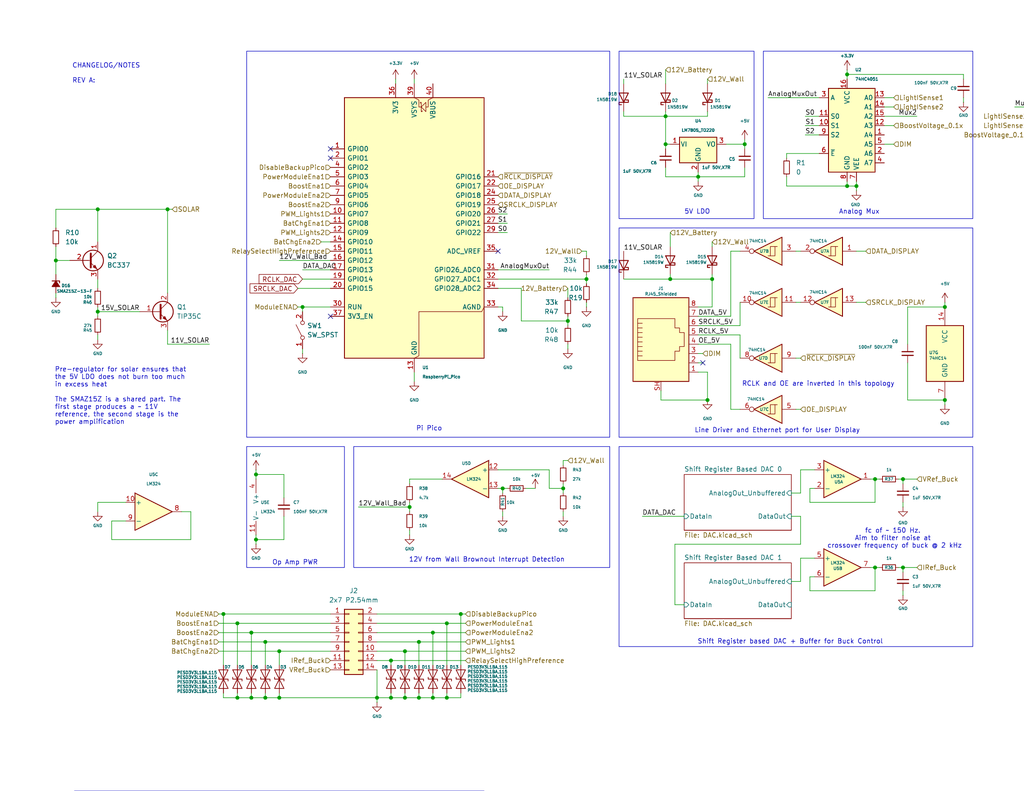
<source format=kicad_sch>
(kicad_sch (version 20231120) (generator "eeschema") (generator_version "8.0")
  (paper "USLetter")
  (title_block (title "Main") (date "2024-04-20") (rev "B01"))
  (junction (at 72.39 175.26))
  (junction (at 76.2 190.5))
  (junction (at 238.76 130.81))
  (junction (at 181.61 31.75))
  (junction (at 121.92 190.5))
  (junction (at 68.58 172.72))
  (junction (at 45.72 57.15))
  (junction (at 114.3 175.26))
  (junction (at 106.68 190.5))
  (junction (at 118.11 190.5))
  (junction (at 110.49 190.5))
  (junction (at 64.77 170.18))
  (junction (at 203.2 39.37))
  (junction (at 64.77 190.5))
  (junction (at 110.49 177.8))
  (junction (at 137.16 133.35))
  (junction (at 190.5 48.26))
  (junction (at 194.31 76.2))
  (junction (at 233.68 50.8))
  (junction (at 68.58 190.5))
  (junction (at 246.38 154.94))
  (junction (at 72.39 190.5))
  (junction (at 111.76 138.43))
  (junction (at 154.94 87.63))
  (junction (at 69.85 129.54))
  (junction (at 181.61 39.37))
  (junction (at 231.14 20.32))
  (junction (at 257.81 109.22))
  (junction (at 281.94 29.21))
  (junction (at 106.68 180.34))
  (junction (at 26.67 85.09))
  (junction (at 76.2 177.8))
  (junction (at 26.67 57.15))
  (junction (at 114.3 190.5))
  (junction (at 231.14 50.8))
  (junction (at 121.92 170.18))
  (junction (at 182.88 76.2))
  (junction (at 15.24 71.12))
  (junction (at 246.38 130.81))
  (junction (at 82.55 83.82))
  (junction (at 238.76 154.94))
  (junction (at 257.81 83.82))
  (junction (at 102.87 190.5))
  (junction (at 153.67 133.35))
  (junction (at 60.96 167.64))
  (junction (at 118.11 172.72))
  (junction (at 69.85 147.32))
  (junction (at 125.73 167.64))
  (junction (at 193.04 109.22))
  (junction (at 160.02 76.2))
  (no_connect (at 90.17 43.18))
  (no_connect (at 135.89 68.58))
  (no_connect (at 90.17 40.64))
  (no_connect (at 191.77 99.06))
  (no_connect (at 90.17 86.36))
  (wire (pts (xy 190.5 96.52) (xy 191.77 96.52)))
  (wire (pts (xy 127 170.18) (xy 121.92 170.18)))
  (wire (pts (xy 203.2 39.37) (xy 203.2 38.1)))
  (wire (pts (xy 76.2 177.8) (xy 90.17 177.8)))
  (wire (pts (xy 44.45 224.79) (xy 45.72 224.79)))
  (wire (pts (xy 181.61 31.75) (xy 193.04 31.75)))
  (wire (pts (xy 247.65 93.98) (xy 247.65 83.82)))
  (wire (pts (xy 15.24 71.12) (xy 15.24 74.93)))
  (wire (pts (xy 215.9 140.97) (xy 218.44 140.97)))
  (wire (pts (xy 137.16 139.7) (xy 137.16 140.97)))
  (wire (pts (xy 153.67 133.35) (xy 153.67 134.62)))
  (wire (pts (xy 77.47 135.89) (xy 77.47 129.54)))
  (wire (pts (xy 113.03 21.59) (xy 113.03 22.86)))
  (wire (pts (xy 149.86 133.35) (xy 149.86 128.27)))
  (wire (pts (xy 15.24 81.28) (xy 15.24 80.01)))
  (wire (pts (xy 201.93 97.79) (xy 201.93 91.44)))
  (wire (pts (xy 125.73 167.64) (xy 102.87 167.64)))
  (wire (pts (xy 217.17 111.76) (xy 218.44 111.76)))
  (wire (pts (xy 281.94 31.75) (xy 294.64 31.75)))
  (wire (pts (xy 190.5 49.53) (xy 190.5 48.26)))
  (wire (pts (xy 138.43 60.96) (xy 135.89 60.96)))
  (wire (pts (xy 57.15 93.98) (xy 45.72 93.98)))
  (wire (pts (xy 231.14 20.32) (xy 231.14 21.59)))
  (wire (pts (xy 90.17 71.12) (xy 76.2 71.12)))
  (wire (pts (xy 111.76 138.43) (xy 111.76 137.16)))
  (wire (pts (xy 203.2 39.37) (xy 203.2 40.64)))
  (wire (pts (xy 15.24 67.31) (xy 15.24 71.12)))
  (wire (pts (xy 34.29 224.79) (xy 34.29 226.06)))
  (wire (pts (xy 153.67 132.08) (xy 153.67 133.35)))
  (wire (pts (xy 69.85 128.27) (xy 69.85 129.54)))
  (wire (pts (xy 110.49 190.5) (xy 114.3 190.5)))
  (wire (pts (xy 262.89 21.59) (xy 262.89 20.32)))
  (wire (pts (xy 201.93 88.9) (xy 190.5 88.9)))
  (wire (pts (xy 137.16 133.35) (xy 138.43 133.35)))
  (wire (pts (xy 246.38 130.81) (xy 245.11 130.81)))
  (wire (pts (xy 72.39 190.5) (xy 76.2 190.5)))
  (wire (pts (xy 247.65 83.82) (xy 257.81 83.82)))
  (wire (pts (xy 238.76 130.81) (xy 237.49 130.81)))
  (wire (pts (xy 236.22 68.58) (xy 233.68 68.58)))
  (wire (pts (xy 45.72 57.15) (xy 45.72 80.01)))
  (wire (pts (xy 102.87 175.26) (xy 114.3 175.26)))
  (wire (pts (xy 170.18 21.59) (xy 170.18 22.86)))
  (wire (pts (xy 33.02 224.79) (xy 34.29 224.79)))
  (wire (pts (xy 181.61 30.48) (xy 181.61 31.75)))
  (wire (pts (xy 182.88 63.5) (xy 182.88 67.31)))
  (wire (pts (xy 102.87 180.34) (xy 106.68 180.34)))
  (wire (pts (xy 153.67 139.7) (xy 153.67 140.97)))
  (wire (pts (xy 154.94 86.36) (xy 154.94 87.63)))
  (wire (pts (xy 137.16 85.09) (xy 137.16 83.82)))
  (wire (pts (xy 199.39 93.98) (xy 190.5 93.98)))
  (wire (pts (xy 170.18 76.2) (xy 182.88 76.2)))
  (wire (pts (xy 181.61 48.26) (xy 190.5 48.26)))
  (wire (pts (xy 59.69 167.64) (xy 60.96 167.64)))
  (wire (pts (xy 15.24 71.12) (xy 19.05 71.12)))
  (wire (pts (xy 160.02 74.93) (xy 160.02 76.2)))
  (wire (pts (xy 238.76 161.29) (xy 238.76 154.94)))
  (wire (pts (xy 72.39 190.5) (xy 72.39 189.23)))
  (wire (pts (xy 257.81 109.22) (xy 257.81 110.49)))
  (wire (pts (xy 142.24 87.63) (xy 154.94 87.63)))
  (wire (pts (xy 52.07 139.7) (xy 52.07 147.32)))
  (wire (pts (xy 26.67 137.16) (xy 34.29 137.16)))
  (wire (pts (xy 30.48 147.32) (xy 30.48 142.24)))
  (wire (pts (xy 60.96 190.5) (xy 64.77 190.5)))
  (wire (pts (xy 218.44 134.62) (xy 218.44 128.27)))
  (wire (pts (xy 241.3 39.37) (xy 243.84 39.37)))
  (wire (pts (xy 107.95 21.59) (xy 107.95 22.86)))
  (wire (pts (xy 87.63 66.04) (xy 90.17 66.04)))
  (wire (pts (xy 182.88 76.2) (xy 194.31 76.2)))
  (wire (pts (xy 160.02 83.82) (xy 160.02 82.55)))
  (wire (pts (xy 125.73 167.64) (xy 125.73 181.61)))
  (wire (pts (xy 219.71 31.75) (xy 223.52 31.75)))
  (wire (pts (xy 60.96 190.5) (xy 60.96 189.23)))
  (wire (pts (xy 149.86 133.35) (xy 153.67 133.35)))
  (wire (pts (xy 45.72 224.79) (xy 45.72 226.06)))
  (wire (pts (xy 238.76 137.16) (xy 238.76 130.81)))
  (wire (pts (xy 246.38 154.94) (xy 246.38 156.21)))
  (wire (pts (xy 77.47 147.32) (xy 69.85 147.32)))
  (wire (pts (xy 243.84 34.29) (xy 241.3 34.29)))
  (wire (pts (xy 69.85 146.05) (xy 69.85 147.32)))
  (wire (pts (xy 154.94 78.74) (xy 154.94 81.28)))
  (wire (pts (xy 72.39 175.26) (xy 72.39 181.61)))
  (wire (pts (xy 194.31 76.2) (xy 194.31 74.93)))
  (wire (pts (xy 218.44 158.75) (xy 218.44 152.4)))
  (wire (pts (xy 118.11 190.5) (xy 121.92 190.5)))
  (wire (pts (xy 111.76 146.05) (xy 111.76 144.78)))
  (wire (pts (xy 72.39 175.26) (xy 90.17 175.26)))
  (wire (pts (xy 30.48 142.24) (xy 34.29 142.24)))
  (wire (pts (xy 138.43 63.5) (xy 135.89 63.5)))
  (wire (pts (xy 170.18 30.48) (xy 170.18 31.75)))
  (wire (pts (xy 149.86 128.27) (xy 135.89 128.27)))
  (wire (pts (xy 262.89 26.67) (xy 262.89 27.94)))
  (wire (pts (xy 201.93 82.55) (xy 201.93 88.9)))
  (wire (pts (xy 262.89 20.32) (xy 231.14 20.32)))
  (wire (pts (xy 233.68 50.8) (xy 233.68 52.07)))
  (wire (pts (xy 81.28 83.82) (xy 82.55 83.82)))
  (wire (pts (xy 203.2 48.26) (xy 190.5 48.26)))
  (wire (pts (xy 143.51 133.35) (xy 146.05 133.35)))
  (wire (pts (xy 135.89 76.2) (xy 160.02 76.2)))
  (wire (pts (xy 81.28 78.74) (xy 90.17 78.74)))
  (wire (pts (xy 60.96 167.64) (xy 60.96 181.61)))
  (wire (pts (xy 180.34 106.68) (xy 180.34 109.22)))
  (wire (pts (xy 190.5 46.99) (xy 190.5 48.26)))
  (wire (pts (xy 218.44 82.55) (xy 217.17 82.55)))
  (wire (pts (xy 203.2 45.72) (xy 203.2 48.26)))
  (wire (pts (xy 241.3 29.21) (xy 243.84 29.21)))
  (wire (pts (xy 59.69 175.26) (xy 72.39 175.26)))
  (wire (pts (xy 276.86 29.21) (xy 281.94 29.21)))
  (wire (pts (xy 138.43 58.42) (xy 135.89 58.42)))
  (wire (pts (xy 281.94 36.83) (xy 294.64 36.83)))
  (wire (pts (xy 114.3 175.26) (xy 127 175.26)))
  (wire (pts (xy 137.16 133.35) (xy 137.16 134.62)))
  (wire (pts (xy 209.55 26.67) (xy 223.52 26.67)))
  (wire (pts (xy 135.89 73.66) (xy 149.86 73.66)))
  (wire (pts (xy 160.02 68.58) (xy 160.02 69.85)))
  (wire (pts (xy 26.67 139.7) (xy 26.67 137.16)))
  (wire (pts (xy 82.55 83.82) (xy 82.55 85.09)))
  (wire (pts (xy 194.31 83.82) (xy 190.5 83.82)))
  (wire (pts (xy 233.68 82.55) (xy 236.22 82.55)))
  (wire (pts (xy 113.03 101.6) (xy 113.03 104.14)))
  (wire (pts (xy 26.67 57.15) (xy 26.67 66.04)))
  (wire (pts (xy 233.68 49.53) (xy 233.68 50.8)))
  (wire (pts (xy 118.11 172.72) (xy 102.87 172.72)))
  (wire (pts (xy 241.3 31.75) (xy 250.19 31.75)))
  (wire (pts (xy 153.67 125.73) (xy 153.67 127)))
  (wire (pts (xy 246.38 161.29) (xy 246.38 162.56)))
  (wire (pts (xy 15.24 62.23) (xy 15.24 57.15)))
  (wire (pts (xy 223.52 41.91) (xy 214.63 41.91)))
  (wire (pts (xy 111.76 130.81) (xy 120.65 130.81)))
  (wire (pts (xy 246.38 154.94) (xy 245.11 154.94)))
  (wire (pts (xy 142.24 78.74) (xy 142.24 87.63)))
  (wire (pts (xy 218.44 140.97) (xy 218.44 148.59)))
  (wire (pts (xy 220.98 137.16) (xy 238.76 137.16)))
  (wire (pts (xy 82.55 83.82) (xy 90.17 83.82)))
  (wire (pts (xy 199.39 93.98) (xy 199.39 111.76)))
  (wire (pts (xy 160.02 76.2) (xy 160.02 77.47)))
  (wire (pts (xy 26.67 57.15) (xy 45.72 57.15)))
  (wire (pts (xy 201.93 68.58) (xy 199.39 68.58)))
  (wire (pts (xy 218.44 97.79) (xy 217.17 97.79)))
  (wire (pts (xy 68.58 172.72) (xy 90.17 172.72)))
  (wire (pts (xy 135.89 133.35) (xy 137.16 133.35)))
  (wire (pts (xy 201.93 91.44) (xy 190.5 91.44)))
  (wire (pts (xy 106.68 190.5) (xy 106.68 189.23)))
  (wire (pts (xy 181.61 31.75) (xy 181.61 39.37)))
  (wire (pts (xy 154.94 125.73) (xy 153.67 125.73)))
  (wire (pts (xy 121.92 170.18) (xy 102.87 170.18)))
  (wire (pts (xy 220.98 161.29) (xy 238.76 161.29)))
  (wire (pts (xy 64.77 190.5) (xy 64.77 189.23)))
  (wire (pts (xy 114.3 190.5) (xy 114.3 189.23)))
  (wire (pts (xy 214.63 41.91) (xy 214.63 43.18)))
  (wire (pts (xy 219.71 34.29) (xy 223.52 34.29)))
  (wire (pts (xy 193.04 21.59) (xy 193.04 22.86)))
  (wire (pts (xy 220.98 133.35) (xy 222.25 133.35)))
  (wire (pts (xy 181.61 40.64) (xy 181.61 39.37)))
  (wire (pts (xy 49.53 139.7) (xy 52.07 139.7)))
  (wire (pts (xy 175.26 140.97) (xy 186.69 140.97)))
  (wire (pts (xy 114.3 175.26) (xy 114.3 181.61)))
  (wire (pts (xy 218.44 128.27) (xy 222.25 128.27)))
  (wire (pts (xy 68.58 190.5) (xy 68.58 189.23)))
  (wire (pts (xy 121.92 170.18) (xy 121.92 181.61)))
  (wire (pts (xy 110.49 190.5) (xy 110.49 189.23)))
  (wire (pts (xy 76.2 181.61) (xy 76.2 177.8)))
  (wire (pts (xy 106.68 190.5) (xy 110.49 190.5)))
  (wire (pts (xy 76.2 189.23) (xy 76.2 190.5)))
  (wire (pts (xy 118.11 190.5) (xy 118.11 189.23)))
  (wire (pts (xy 26.67 85.09) (xy 38.1 85.09)))
  (wire (pts (xy 281.94 29.21) (xy 294.64 29.21)))
  (wire (pts (xy 64.77 190.5) (xy 68.58 190.5)))
  (wire (pts (xy 199.39 111.76) (xy 201.93 111.76)))
  (wire (pts (xy 114.3 190.5) (xy 118.11 190.5)))
  (wire (pts (xy 193.04 101.6) (xy 190.5 101.6)))
  (wire (pts (xy 246.38 130.81) (xy 246.38 132.08)))
  (wire (pts (xy 170.18 31.75) (xy 181.61 31.75)))
  (wire (pts (xy 181.61 45.72) (xy 181.61 48.26)))
  (wire (pts (xy 214.63 50.8) (xy 214.63 48.26)))
  (wire (pts (xy 233.68 50.8) (xy 231.14 50.8)))
  (wire (pts (xy 125.73 190.5) (xy 125.73 189.23)))
  (wire (pts (xy 102.87 190.5) (xy 106.68 190.5)))
  (wire (pts (xy 102.87 182.88) (xy 102.87 190.5)))
  (wire (pts (xy 106.68 180.34) (xy 106.68 181.61)))
  (wire (pts (xy 231.14 49.53) (xy 231.14 50.8)))
  (wire (pts (xy 68.58 172.72) (xy 68.58 181.61)))
  (wire (pts (xy 154.94 87.63) (xy 154.94 88.9)))
  (wire (pts (xy 182.88 74.93) (xy 182.88 76.2)))
  (wire (pts (xy 190.5 99.06) (xy 191.77 99.06)))
  (wire (pts (xy 199.39 86.36) (xy 190.5 86.36)))
  (wire (pts (xy 215.9 158.75) (xy 218.44 158.75)))
  (wire (pts (xy 69.85 147.32) (xy 69.85 148.59)))
  (wire (pts (xy 135.89 83.82) (xy 137.16 83.82)))
  (wire (pts (xy 220.98 157.48) (xy 222.25 157.48)))
  (wire (pts (xy 77.47 140.97) (xy 77.47 147.32)))
  (wire (pts (xy 59.69 172.72) (xy 68.58 172.72)))
  (wire (pts (xy 218.44 148.59) (xy 184.15 148.59)))
  (wire (pts (xy 64.77 170.18) (xy 64.77 181.61)))
  (wire (pts (xy 257.81 82.55) (xy 257.81 83.82)))
  (wire (pts (xy 110.49 177.8) (xy 127 177.8)))
  (wire (pts (xy 60.96 167.64) (xy 90.17 167.64)))
  (wire (pts (xy 59.69 177.8) (xy 76.2 177.8)))
  (wire (pts (xy 59.69 170.18) (xy 64.77 170.18)))
  (wire (pts (xy 181.61 19.05) (xy 181.61 22.86)))
  (wire (pts (xy 82.55 76.2) (xy 90.17 76.2)))
  (wire (pts (xy 121.92 190.5) (xy 121.92 189.23)))
  (wire (pts (xy 110.49 177.8) (xy 110.49 181.61)))
  (wire (pts (xy 184.15 165.1) (xy 186.69 165.1)))
  (wire (pts (xy 220.98 157.48) (xy 220.98 161.29)))
  (wire (pts (xy 97.79 138.43) (xy 111.76 138.43)))
  (wire (pts (xy 238.76 154.94) (xy 237.49 154.94)))
  (wire (pts (xy 250.19 130.81) (xy 246.38 130.81)))
  (wire (pts (xy 158.75 68.58) (xy 160.02 68.58)))
  (wire (pts (xy 193.04 31.75) (xy 193.04 30.48)))
  (wire (pts (xy 231.14 50.8) (xy 214.63 50.8)))
  (wire (pts (xy 194.31 76.2) (xy 194.31 83.82)))
  (wire (pts (xy 111.76 138.43) (xy 111.76 139.7)))
  (wire (pts (xy 193.04 109.22) (xy 180.34 109.22)))
  (wire (pts (xy 26.67 91.44) (xy 26.67 92.71)))
  (wire (pts (xy 111.76 132.08) (xy 111.76 130.81)))
  (wire (pts (xy 52.07 147.32) (xy 30.48 147.32)))
  (wire (pts (xy 198.12 39.37) (xy 203.2 39.37)))
  (wire (pts (xy 246.38 137.16) (xy 246.38 138.43)))
  (wire (pts (xy 26.67 85.09) (xy 26.67 83.82)))
  (wire (pts (xy 26.67 76.2) (xy 26.67 78.74)))
  (wire (pts (xy 215.9 134.62) (xy 218.44 134.62)))
  (wire (pts (xy 220.98 133.35) (xy 220.98 137.16)))
  (wire (pts (xy 82.55 73.66) (xy 90.17 73.66)))
  (wire (pts (xy 247.65 109.22) (xy 257.81 109.22)))
  (wire (pts (xy 82.55 95.25) (xy 82.55 96.52)))
  (wire (pts (xy 217.17 68.58) (xy 218.44 68.58)))
  (wire (pts (xy 250.19 154.94) (xy 246.38 154.94)))
  (wire (pts (xy 26.67 86.36) (xy 26.67 85.09)))
  (wire (pts (xy 218.44 152.4) (xy 222.25 152.4)))
  (wire (pts (xy 68.58 190.5) (xy 72.39 190.5)))
  (wire (pts (xy 247.65 99.06) (xy 247.65 109.22)))
  (wire (pts (xy 106.68 224.79) (xy 104.14 224.79)))
  (wire (pts (xy 241.3 26.67) (xy 243.84 26.67)))
  (wire (pts (xy 219.71 36.83) (xy 223.52 36.83)))
  (wire (pts (xy 240.03 154.94) (xy 238.76 154.94)))
  (wire (pts (xy 69.85 129.54) (xy 69.85 130.81)))
  (wire (pts (xy 118.11 172.72) (xy 118.11 181.61)))
  (wire (pts (xy 15.24 57.15) (xy 26.67 57.15)))
  (wire (pts (xy 106.68 180.34) (xy 127 180.34)))
  (wire (pts (xy 281.94 34.29) (xy 294.64 34.29)))
  (wire (pts (xy 102.87 177.8) (xy 110.49 177.8)))
  (wire (pts (xy 77.47 129.54) (xy 69.85 129.54)))
  (wire (pts (xy 127 172.72) (xy 118.11 172.72)))
  (wire (pts (xy 240.03 130.81) (xy 238.76 130.81)))
  (wire (pts (xy 121.92 190.5) (xy 125.73 190.5)))
  (wire (pts (xy 135.89 78.74) (xy 142.24 78.74)))
  (wire (pts (xy 181.61 39.37) (xy 182.88 39.37)))
  (wire (pts (xy 127 167.64) (xy 125.73 167.64)))
  (wire (pts (xy 76.2 190.5) (xy 102.87 190.5)))
  (wire (pts (xy 46.99 57.15) (xy 45.72 57.15)))
  (wire (pts (xy 199.39 68.58) (xy 199.39 86.36)))
  (wire (pts (xy 194.31 66.04) (xy 194.31 67.31)))
  (wire (pts (xy 67.31 224.79) (xy 64.77 224.79)))
  (wire (pts (xy 193.04 109.22) (xy 193.04 101.6)))
  (wire (pts (xy 45.72 93.98) (xy 45.72 90.17)))
  (wire (pts (xy 231.14 19.05) (xy 231.14 20.32)))
  (wire (pts (xy 64.77 170.18) (xy 90.17 170.18)))
  (wire (pts (xy 184.15 148.59) (xy 184.15 165.1)))
  (wire (pts (xy 154.94 95.25) (xy 154.94 93.98)))
  (wire (pts (xy 102.87 190.5) (xy 102.87 191.77)))
  (rectangle (start 168.91 62.23) (end 265.43 119.38))
  (rectangle (start 96.52 121.92) (end 166.37 154.94))
  (rectangle (start 208.28 13.97) (end 265.43 59.69))
  (rectangle (start 20.32 215.9) (end 132.08 233.68))
  (rectangle (start 67.31 13.97) (end 166.37 119.38))
  (rectangle (start 168.91 13.97) (end 205.74 59.69))
  (rectangle (start 168.91 121.92) (end 265.43 176.53))
  (rectangle (start 67.31 121.92) (end 93.98 154.94))
  (text_box "Pre-regulator for solar ensures that the 5V LDO does not burn too much in excess heat\n\nThe SMAZ15Z is a shared part. The first stage produces a ~ 11V reference, the second stage is the power amplification" (at 13.97 99.06 0) (size 39.37 6.35) (stroke (width -0.0001)) (effects (font (size 1.27 1.27)) (justify left top)))
  (text "Shift Register based DAC + Buffer for Buck Control\n" (at 215.646 175.26 0) (effects (font (size 1.27 1.27))))
  (text "Line Driver and Ethernet port for User Display" (at 212.09 117.602 0) (effects (font (size 1.27 1.27))))
  (text "12V from Wall Brownout Interrupt Detection\n" (at 132.842 152.908 0) (effects (font (size 1.27 1.27))))
  (text "Analog Mux" (at 234.442 57.912 0) (effects (font (size 1.27 1.27))))
  (text "Pi Pico" (at 117.094 117.094 0) (effects (font (size 1.27 1.27))))
  (text "5V LDO\n" (at 190.246 57.912 0) (effects (font (size 1.27 1.27))))
  (text "Mounting Holes for Power Connections" (at 75.692 232.41 0) (effects (font (size 1.27 1.27))))
  (text "Op Amp PWR\n" (at 80.518 153.67 0) (effects (font (size 1.27 1.27))))
  (text "fc of ~ 150 Hz. \nAim to filter noise at \ncrossover frequency of buck @ 2 kHz" (at 244.094 147.066 0) (effects (font (size 1.27 1.27))))
  (text "RCLK and OE are inverted in this topology" (at 223.266 104.902 0) (effects (font (size 1.27 1.27))))
  (text "CHANGELOG/NOTES\n\nREV A: " (at 19.685 22.86 0) (effects (font (size 1.27 1.27)) (justify left bottom)))
  (label "S2" (at 219.71 36.83 0))
  (label "DATA_DAC" (at 175.26 140.97 0))
  (label "S1" (at 138.43 60.96 180))
  (label "AnalogMuxOut" (at 149.86 73.66 180))
  (label "Mux2" (at 276.86 29.21 0))
  (label "AnalogMuxOut" (at 209.55 26.67 0))
  (label "S0" (at 219.71 31.75 0))
  (label "11V_SOLAR" (at 170.18 21.59 0))
  (label "S1" (at 219.71 34.29 0))
  (label "S0" (at 138.43 63.5 180))
  (label "12V_Wall_Bad" (at 76.2 71.12 0))
  (label "Mux2" (at 250.19 31.75 180))
  (label "SRCLK_5V" (at 190.5 88.9 0))
  (label "RCLK_5V" (at 190.5 91.44 0))
  (label "S2" (at 138.43 58.42 180))
  (label "15V_SOLAR" (at 38.1 85.09 180))
  (label "11V_SOLAR" (at 57.15 93.98 180))
  (label "OE_5V" (at 190.5 93.98 0))
  (label "DATA_DAC" (at 82.55 73.66 0))
  (label "12V_Wall_Bad" (at 97.79 138.43 0))
  (label "DATA_5V" (at 190.5 86.36 0))
  (label "11V_SOLAR" (at 170.18 68.58 0))
  (global_label "SRCLK_DAC" (shape input) (at 81.28 78.74 180) (property "Intersheetrefs" "${INTERSHEET_REFS}" (effects (hide yes))))
  (global_label "RCLK_DAC" (shape input) (at 82.55 76.2 180) (property "Intersheetrefs" "${INTERSHEET_REFS}" (effects (hide yes))))
  (hierarchical_label "LightISense1" (shape input) (at 243.84 26.67 0))
  (hierarchical_label "12V_Battery" (shape input) (at 181.61 19.05 0))
  (hierarchical_label "BoostEna1" (shape input) (at 90.17 50.8 180))
  (hierarchical_label "12V_Battery" (shape input) (at 154.94 78.74 180))
  (hierarchical_label "12V_Wall" (shape input) (at 158.75 68.58 180))
  (hierarchical_label "~{RCLK_DISPLAY}" (shape input) (at 218.44 97.79 0))
  (hierarchical_label "12V_Wall" (shape input) (at 193.04 21.59 0))
  (hierarchical_label "PowerModuleEna2" (shape input) (at 90.17 53.34 180))
  (hierarchical_label "ModuleENA" (shape input) (at 81.28 83.82 180))
  (hierarchical_label "PowerModuleEna1" (shape input) (at 90.17 48.26 180))
  (hierarchical_label "PWM_Lights1" (shape input) (at 90.17 58.42 180))
  (hierarchical_label "~{RCLK_DISPLAY}" (shape input) (at 135.89 48.26 0))
  (hierarchical_label "OE_DISPLAY" (shape input) (at 218.44 111.76 0))
  (hierarchical_label "PowerModuleEna1" (shape input) (at 127 170.18 0))
  (hierarchical_label "IRef_Buck" (shape input) (at 90.17 180.34 180))
  (hierarchical_label "DIM" (shape input) (at 243.84 39.37 0))
  (hierarchical_label "BatChgEna1" (shape input) (at 59.69 175.26 180))
  (hierarchical_label "DIM" (shape input) (at 191.77 96.52 0))
  (hierarchical_label "12V_Wall" (shape input) (at 154.94 125.73 0))
  (hierarchical_label "LightISense2" (shape input) (at 243.84 29.21 0))
  (hierarchical_label "PWM_Lights2" (shape input) (at 90.17 63.5 180))
  (hierarchical_label "SRCLK_DISPLAY" (shape input) (at 236.22 82.55 0))
  (hierarchical_label "DATA_DISPLAY" (shape input) (at 236.22 68.58 0))
  (hierarchical_label "DisableBackupPico" (shape input) (at 127 167.64 0))
  (hierarchical_label "12V_Wall" (shape input) (at 106.68 224.79 0))
  (hierarchical_label "LightISense2" (shape input) (at 281.94 31.75 180))
  (hierarchical_label "12V_Battery" (shape input) (at 67.31 224.79 0))
  (hierarchical_label "IRef_Buck" (shape input) (at 250.19 154.94 0))
  (hierarchical_label "BatChgEna2" (shape input) (at 87.63 66.04 180))
  (hierarchical_label "BatChgEna2" (shape input) (at 59.69 177.8 180))
  (hierarchical_label "PowerModuleEna2" (shape input) (at 127 172.72 0))
  (hierarchical_label "BoostVoltage_0.1x" (shape input) (at 281.94 36.83 180))
  (hierarchical_label "BoostEna2" (shape input) (at 59.69 172.72 180))
  (hierarchical_label "BoostEna1" (shape input) (at 59.69 170.18 180))
  (hierarchical_label "SRCLK_DISPLAY" (shape input) (at 135.89 55.88 0))
  (hierarchical_label "BatChgEna1" (shape input) (at 90.17 60.96 180))
  (hierarchical_label "LightISense1" (shape input) (at 281.94 34.29 180))
  (hierarchical_label "RelaySelectHighPreference" (shape input) (at 90.17 68.58 180))
  (hierarchical_label "12V_Battery" (shape input) (at 182.88 63.5 0))
  (hierarchical_label "VRef_Buck" (shape input) (at 250.19 130.81 0))
  (hierarchical_label "BoostVoltage_0.1x" (shape input) (at 243.84 34.29 0))
  (hierarchical_label "12V_Wall" (shape input) (at 194.31 66.04 0))
  (hierarchical_label "DATA_DISPLAY" (shape input) (at 135.89 53.34 0))
  (hierarchical_label "SOLAR" (shape input) (at 45.72 224.79 0))
  (hierarchical_label "SOLAR" (shape input) (at 46.99 57.15 0))
  (hierarchical_label "BoostEna2" (shape input) (at 90.17 55.88 180))
  (hierarchical_label "VRef_Buck" (shape input) (at 90.17 182.88 180))
  (hierarchical_label "RelaySelectHighPreference" (shape input) (at 127 180.34 0))
  (hierarchical_label "PWM_Lights2" (shape input) (at 127 177.8 0))
  (hierarchical_label "OE_DISPLAY" (shape input) (at 135.89 50.8 0))
  (hierarchical_label "PWM_Lights1" (shape input) (at 127 175.26 0))
  (hierarchical_label "DisableBackupPico" (shape input) (at 90.17 45.72 180))
  (hierarchical_label "ModuleENA" (shape input) (at 59.69 167.64 180))
  (symbol (lib_id "Diode:1N5819WS") (at 193.04 26.67 90) (unit 1)
    (property "Reference" "D1" (at 195.834 27.432 90) (effects (font (size 0.8 0.8))))
    (property "Value" "1N5819W" (at 196.596 29.21 90) (effects (font (size 0.8 0.8))))
    (property "Footprint" "Diode_SMD:D_SOD-123F" (effects (hide yes)))
    (property "Datasheet" "https://datasheet.lcsc.com/lcsc/2204281430_Guangdong-Hottech-1N5819WS_C191023.pdf" (effects (hide yes)))
    (property "Description" "40V 600mV@1A 1A SOD-323 Schottky Barrier Diodes, SOD-323" (effects (hide yes)))
    (property "Digikey PN" "1655-1N5819WCT-ND" (effects (hide yes)))
  )
  (symbol (lib_id "power:GND") (at 246.38 162.56 0) (unit 1)
    (property "Reference" "#PWR014" (effects (hide yes)))
    (property "Value" "GND" (at 246.38 166.116 0) (effects (font (size 0.8 0.8))))
    (property "Description" "Power symbol creates a global label with name \"GND\" , ground" (effects (hide yes)))
  )
  (symbol (lib_id "Amplifier_Operational:LM324") (at 128.27 130.81 0) (mirror y) (unit 4)
    (property "Reference" "U5" (at 127.254 126.492 0) (effects (font (size 0.8 0.8))))
    (property "Value" "LM324" (at 129.286 130.81 0) (effects (font (size 0.8 0.8))))
    (property "Footprint" "Package_DIP:DIP-14_W7.62mm_Socket" (effects (hide yes)))
    (property "Datasheet" "http://www.ti.com/lit/ds/symlink/lm2902-n.pdf" (effects (hide yes)))
    (property "Description" "Low-Power, Quad-Operational Amplifiers, DIP-14/SOIC-14/SSOP-14" (effects (hide yes)))
    (property "Digikey PN" "296-1391-5-ND" (effects (hide yes)))
  )
  (symbol (lib_id "Diode:SMAJ5.0CA") (at 110.49 185.42 90) (unit 1)
    (property "Reference" "D9" (at 108.204 182.118 90) (effects (font (size 0.8 0.8)) (justify right)))
    (property "Value" "PESD3V3L1BA,115" (at 127.508 183.388 90) (effects (font (size 0.8 0.8)) (justify right)))
    (property "Footprint" "Diode_SMD:D_SOD-323F" (effects (hide yes)))
    (property "Datasheet" "https://www.littelfuse.com/media?resourcetype=datasheets&itemid=75e32973-b177-4ee3-a0ff-cedaf1abdb93&filename=smaj-datasheet" (effects (hide yes)))
    (property "Description" "400W bidirectional Transient Voltage Suppressor, 5.0Vr, SMA(DO-214AC)" (effects (hide yes)))
    (property "Digikey PN" "1727-3825-1-ND" (effects (hide yes)))
  )
  (symbol (lib_id "power:GND") (at 26.67 92.71 0) (unit 1)
    (property "Reference" "#PWR038" (effects (hide yes)))
    (property "Value" "GND" (at 26.67 96.52 0) (effects (font (size 0.8 0.8))))
    (property "Description" "Power symbol creates a global label with name \"GND\" , ground" (effects (hide yes)))
  )
  (symbol (lib_id "jlcpcb-basic-resistor:0805,10k") (at 154.94 91.44 180) (unit 1)
    (property "Reference" "R48" (at 152.4 92.7101 0) (effects (justify left)))
    (property "Value" "10k" (at 152.4 90.1701 0) (effects (justify left)))
    (property "Footprint" "Resistor_SMD:R_0805_2012Metric" (effects (hide yes)))
    (property "Datasheet" "https://datasheet.lcsc.com/lcsc/2110251730_UNI-ROYAL-Uniroyal-Elec-0805W8F1002T5E_C17414.pdf" (effects (hide yes)))
    (property "Description" "1% 1 8W Thick Film Resistors 150V   100ppm    -55    155   10k   0805 Chip Resistor - Surface Mount ROHS" (effects (hide yes)))
    (property "LCSC" "C17414" (effects (hide yes)))
    (property "MFG" "UNI-ROYAL(Uniroyal Elec)" (effects (hide yes)))
    (property "MFGPN" "0805W8F1002T5E" (effects (hide yes)))
    (property "Digikey PN" "RMCF0805FT10K0CT-ND" (effects (hide yes)))
  )
  (symbol (lib_id "Diode:SMAJ5.0CA") (at 121.92 185.42 90) (unit 1)
    (property "Reference" "D12" (at 118.872 182.118 90) (effects (font (size 0.8 0.8)) (justify right)))
    (property "Value" "PESD3V3L1BA,115" (at 127.508 187.198 90) (effects (font (size 0.8 0.8)) (justify right)))
    (property "Footprint" "Diode_SMD:D_SOD-323F" (effects (hide yes)))
    (property "Datasheet" "https://www.littelfuse.com/media?resourcetype=datasheets&itemid=75e32973-b177-4ee3-a0ff-cedaf1abdb93&filename=smaj-datasheet" (effects (hide yes)))
    (property "Description" "400W bidirectional Transient Voltage Suppressor, 5.0Vr, SMA(DO-214AC)" (effects (hide yes)))
    (property "Digikey PN" "1727-3825-1-ND" (effects (hide yes)))
  )
  (symbol (lib_id "Diode:SMAJ5.0CA") (at 114.3 185.42 90) (unit 1)
    (property "Reference" "D10" (at 111.252 182.118 90) (effects (font (size 0.8 0.8)) (justify right)))
    (property "Value" "PESD3V3L1BA,115" (at 127.508 184.658 90) (effects (font (size 0.8 0.8)) (justify right)))
    (property "Footprint" "Diode_SMD:D_SOD-323F" (effects (hide yes)))
    (property "Datasheet" "https://www.littelfuse.com/media?resourcetype=datasheets&itemid=75e32973-b177-4ee3-a0ff-cedaf1abdb93&filename=smaj-datasheet" (effects (hide yes)))
    (property "Description" "400W bidirectional Transient Voltage Suppressor, 5.0Vr, SMA(DO-214AC)" (effects (hide yes)))
    (property "Digikey PN" "1727-3825-1-ND" (effects (hide yes)))
  )
  (symbol (lib_id "jlcpcb-basic-resistor:0805,1k") (at 242.57 154.94 90) (unit 1)
    (property "Reference" "R36" (at 242.57 154.94 90) (effects (font (size 0.8 0.8))))
    (property "Value" "1k" (at 242.57 152.4 90) (effects (font (size 0.8 0.8))))
    (property "Footprint" "Resistor_SMD:R_0805_2012Metric" (effects (hide yes)))
    (property "Datasheet" "https://datasheet.lcsc.com/lcsc/2110251730_UNI-ROYAL-Uniroyal-Elec-0805W8F1001T5E_C17513.pdf" (effects (hide yes)))
    (property "Description" "1% 125mW Thick Film Resistors 150V   100ppm    -55    155   1k   0805 Chip Resistor - Surface Mount ROHS" (effects (hide yes)))
    (property "LCSC" "C17513" (effects (hide yes)))
    (property "MFG" "UNI-ROYAL(Uniroyal Elec)" (effects (hide yes)))
    (property "MFGPN" "0805W8F1001T5E" (effects (hide yes)))
    (property "Digikey PN" "RMCF0805FT1K00CT-ND" (effects (hide yes)))
  )
  (symbol (lib_id "Mechanical:MountingHole_Pad") (at 62.23 224.79 90) (unit 1) (in_bom no)
    (property "Reference" "H3" (at 60.96 218.44 90) (effects (font (size 0.8 0.8))))
    (property "Value" "M3 Hole" (at 60.96 220.98 90) (effects (font (size 0.8 0.8))))
    (property "Footprint" "MountingHole:MountingHole_3.2mm_M3_Pad_TopBottom" (effects (hide yes)))
    (property "Description" "Mounting Hole with connection" (effects (hide yes)))
  )
  (symbol (lib_id "Amplifier_Operational:LM324") (at 229.87 154.94 0) (unit 2)
    (property "Reference" "U5" (at 228.6 155.194 0) (effects (font (size 0.8 0.8))))
    (property "Value" "LM324" (at 228.6 153.67 0) (effects (font (size 0.8 0.8))))
    (property "Footprint" "Package_DIP:DIP-14_W7.62mm_Socket" (effects (hide yes)))
    (property "Datasheet" "http://www.ti.com/lit/ds/symlink/lm2902-n.pdf" (effects (hide yes)))
    (property "Description" "Low-Power, Quad-Operational Amplifiers, DIP-14/SOIC-14/SSOP-14" (effects (hide yes)))
    (property "Digikey PN" "296-1391-5-ND" (effects (hide yes)))
  )
  (symbol (lib_id "Diode:SMAJ5.0CA") (at 64.77 185.42 90) (unit 1)
    (property "Reference" "D5" (at 65.024 182.118 90) (effects (font (size 0.8 0.8)) (justify right)))
    (property "Value" "PESD3V3L1BA,115" (at 48.26 184.912 90) (effects (font (size 0.8 0.8)) (justify right)))
    (property "Footprint" "Diode_SMD:D_SOD-323F" (effects (hide yes)))
    (property "Datasheet" "https://www.littelfuse.com/media?resourcetype=datasheets&itemid=75e32973-b177-4ee3-a0ff-cedaf1abdb93&filename=smaj-datasheet" (effects (hide yes)))
    (property "Description" "400W bidirectional Transient Voltage Suppressor, 5.0Vr, SMA(DO-214AC)" (effects (hide yes)))
    (property "Digikey PN" "1727-3825-1-ND" (effects (hide yes)))
  )
  (symbol (lib_id "jlcpcb-basic-resistor:0805,10k") (at 160.02 80.01 180) (unit 1)
    (property "Reference" "R19" (at 159.004 81.28 0) (effects (justify left)))
    (property "Value" "10k" (at 159.004 78.74 0) (effects (justify left)))
    (property "Footprint" "Resistor_SMD:R_0805_2012Metric" (effects (hide yes)))
    (property "Datasheet" "https://datasheet.lcsc.com/lcsc/2110251730_UNI-ROYAL-Uniroyal-Elec-0805W8F1002T5E_C17414.pdf" (effects (hide yes)))
    (property "Description" "1% 1 8W Thick Film Resistors 150V   100ppm    -55    155   10k   0805 Chip Resistor - Surface Mount ROHS" (effects (hide yes)))
    (property "LCSC" "C17414" (effects (hide yes)))
    (property "MFG" "UNI-ROYAL(Uniroyal Elec)" (effects (hide yes)))
    (property "MFGPN" "0805W8F1002T5E" (effects (hide yes)))
    (property "Digikey PN" "RMCF0805FT10K0CT-ND" (effects (hide yes)))
  )
  (symbol (lib_id "Diode:SMAJ5.0CA") (at 72.39 185.42 90) (unit 1)
    (property "Reference" "D4" (at 72.644 182.118 90) (effects (font (size 0.8 0.8)) (justify right)))
    (property "Value" "PESD3V3L1BA,115" (at 48.26 187.452 90) (effects (font (size 0.8 0.8)) (justify right)))
    (property "Footprint" "Diode_SMD:D_SOD-323F" (effects (hide yes)))
    (property "Datasheet" "https://www.littelfuse.com/media?resourcetype=datasheets&itemid=75e32973-b177-4ee3-a0ff-cedaf1abdb93&filename=smaj-datasheet" (effects (hide yes)))
    (property "Description" "400W bidirectional Transient Voltage Suppressor, 5.0Vr, SMA(DO-214AC)" (effects (hide yes)))
    (property "Digikey PN" "1727-3825-1-ND" (effects (hide yes)))
  )
  (symbol (lib_id "power:GND") (at 193.04 109.22 0) (unit 1)
    (property "Reference" "#PWR025" (effects (hide yes)))
    (property "Value" "GND" (at 193.04 114.3 0) (effects (font (size 0.8 0.8))))
    (property "Description" "Power symbol creates a global label with name \"GND\" , ground" (effects (hide yes)))
  )
  (symbol (lib_id "power:GND") (at 137.16 140.97 0) (unit 1)
    (property "Reference" "#PWR022" (effects (hide yes)))
    (property "Value" "GND" (at 137.16 144.78 0) (effects (font (size 0.8 0.8))))
    (property "Description" "Power symbol creates a global label with name \"GND\" , ground" (effects (hide yes)))
  )
  (symbol (lib_id "Regulator_Linear:LM7805_TO220") (at 190.5 39.37 0) (unit 1)
    (property "Reference" "U4" (at 190.5 33.02 0) (effects (font (size 0.8 0.8))))
    (property "Value" "LM7805_TO220" (at 190.5 35.56 0) (effects (font (size 0.8 0.8))))
    (property "Footprint" "Package_TO_SOT_THT:TO-220-3_Vertical" (effects (hide yes)))
    (property "Datasheet" "https://www.onsemi.cn/PowerSolutions/document/MC7800-D.PDF" (effects (hide yes)))
    (property "Description" "Positive 1A 35V Linear Regulator, Fixed Output 5V, TO-220" (effects (hide yes)))
    (property "Digikey PN" "2129-NJM7805FA-ND" (effects (hide yes)))
  )
  (symbol (lib_id "power:+3.3V") (at 231.14 19.05 0) (unit 1)
    (property "Reference" "#PWR02" (effects (hide yes)))
    (property "Value" "+3.3V" (at 231.14 15.24 0) (effects (font (size 0.8 0.8))))
    (property "Description" "Power symbol creates a global label with name \"+3.3V\"" (effects (hide yes)))
  )
  (symbol (lib_id "jlcpcb-basic-capacitor:0805,1uF,50V,X7R ") (at 203.2 43.18 0) (unit 1)
    (property "Reference" "C5" (at 198.882 43.434 0) (effects (font (size 0.8 0.8)) (justify left)))
    (property "Value" "1uF 50V,X7R " (at 191.516 45.72 0) (effects (font (size 0.8 0.8)) (justify left)))
    (property "Footprint" "Capacitor_SMD:C_0805_2012Metric" (effects (hide yes)))
    (property "Datasheet" "https://datasheet.lcsc.com/lcsc/1810191216_Samsung-Electro-Mechanics-CL21B105KBFNNNE_C28323.pdf" (effects (hide yes)))
    (property "Description" "50V 1uF X7R   10% 0805 Multilayer Ceramic Capacitors MLCC - SMD SMT ROHS" (effects (hide yes)))
    (property "LCSC" "C28323" (effects (hide yes)))
    (property "MFG" "Samsung Electro-Mechanics" (effects (hide yes)))
    (property "MFGPN" "CL21B105KBFNNNE" (effects (hide yes)))
    (property "Digikey PN" "1276-1029-1-ND" (effects (hide yes)))
  )
  (symbol (lib_id "power:GND") (at 160.02 83.82 0) (unit 1)
    (property "Reference" "#PWR034" (effects (hide yes)))
    (property "Value" "GND" (at 160.02 88.9 0) (effects (font (size 0.8 0.8))))
    (property "Description" "Power symbol creates a global label with name \"GND\" , ground" (effects (hide yes)))
  )
  (symbol (lib_id "Diode:SMAJ5.0CA") (at 125.73 185.42 90) (unit 1)
    (property "Reference" "D13" (at 122.682 182.118 90) (effects (font (size 0.8 0.8)) (justify right)))
    (property "Value" "PESD3V3L1BA,115" (at 127.508 188.468 90) (effects (font (size 0.8 0.8)) (justify right)))
    (property "Footprint" "Diode_SMD:D_SOD-323F" (effects (hide yes)))
    (property "Datasheet" "https://www.littelfuse.com/media?resourcetype=datasheets&itemid=75e32973-b177-4ee3-a0ff-cedaf1abdb93&filename=smaj-datasheet" (effects (hide yes)))
    (property "Description" "400W bidirectional Transient Voltage Suppressor, 5.0Vr, SMA(DO-214AC)" (effects (hide yes)))
    (property "Digikey PN" "1727-3825-1-ND" (effects (hide yes)))
  )
  (symbol (lib_id "jlcpcb-basic-resistor:0805,4.7k") (at 111.76 134.62 0) (unit 1)
    (property "Reference" "R38" (at 114.3 133.3499 0) (effects (font (size 0.8 0.8)) (justify left)))
    (property "Value" "4.7k" (at 114.3 135.8899 0) (effects (font (size 0.8 0.8)) (justify left)))
    (property "Footprint" "Resistor_SMD:R_0805_2012Metric" (effects (hide yes)))
    (property "Datasheet" "https://datasheet.lcsc.com/lcsc/2110251830_UNI-ROYAL-Uniroyal-Elec-0805W8F4701T5E_C17673.pdf" (effects (hide yes)))
    (property "Description" "1% 1 8W Thick Film Resistors 150V   100ppm    -55    155   4 7k   0805 Chip Resistor - Surface Mount ROHS" (effects (hide yes)))
    (property "LCSC" "C17673" (effects (hide yes)))
    (property "MFG" "UNI-ROYAL(Uniroyal Elec)" (effects (hide yes)))
    (property "MFGPN" "0805W8F4701T5E" (effects (hide yes)))
    (property "Digikey PN" "RMCF0805FT4K70CT-ND" (effects (hide yes)))
  )
  (symbol (lib_id "Connector_Generic:Conn_02x07_Odd_Even") (at 287.02 36.83 0) (unit 1)
    (property "Reference" "J3" (at 288.29 22.86 0))
    (property "Value" "2x7 P2.54mm" (at 288.29 25.4 0))
    (property "Footprint" "Connector_PinHeader_2.54mm:PinHeader_2x07_P2.54mm_Vertical" (effects (hide yes)))
    (property "Description" "Generic connector, double row, 02x07, odd/even pin numbering scheme (row 1 odd numbers, row 2 even numbers), script generated (kicad-library-utils/schlib/autogen/connector/)" (effects (hide yes)))
    (property "Digikey PN" "2057-PH2-14-UA-ND" (effects (hide yes)))
  )
  (symbol (lib_id "74xx:74HC14") (at 226.06 68.58 180) (unit 1)
    (property "Reference" "U7" (at 225.044 68.58 0) (effects (font (size 0.8 0.8))))
    (property "Value" "74HC14" (at 223.266 65.786 0) (effects (font (size 0.8 0.8))))
    (property "Footprint" "Package_DIP:DIP-14_W7.62mm_Socket" (effects (hide yes)))
    (property "Datasheet" "http://www.ti.com/lit/gpn/sn74HC14" (effects (hide yes)))
    (property "Description" "Hex inverter schmitt trigger" (effects (hide yes)))
    (property "Digikey PN" "TC74HC14APF-ND" (effects (hide yes)))
  )
  (symbol (lib_id "power:GND") (at 82.55 96.52 0) (unit 1)
    (property "Reference" "#PWR039" (effects (hide yes)))
    (property "Value" "GND" (at 82.55 101.6 0) (effects (font (size 0.8 0.8))))
    (property "Description" "Power symbol creates a global label with name \"GND\" , ground" (effects (hide yes)))
  )
  (symbol (lib_id "jlcpcb-basic-resistor:0805,10k") (at 15.24 64.77 0) (unit 1)
    (property "Reference" "R10" (at 17.78 63.4999 0) (effects (justify left)))
    (property "Value" "10k" (at 17.78 66.0399 0) (effects (justify left)))
    (property "Footprint" "Resistor_SMD:R_0805_2012Metric" (effects (hide yes)))
    (property "Datasheet" "https://datasheet.lcsc.com/lcsc/2110251730_UNI-ROYAL-Uniroyal-Elec-0805W8F1002T5E_C17414.pdf" (effects (hide yes)))
    (property "Description" "1% 1 8W Thick Film Resistors 150V   100ppm    -55    155   10k   0805 Chip Resistor - Surface Mount ROHS" (effects (hide yes)))
    (property "LCSC" "C17414" (effects (hide yes)))
    (property "MFG" "UNI-ROYAL(Uniroyal Elec)" (effects (hide yes)))
    (property "MFGPN" "0805W8F1002T5E" (effects (hide yes)))
    (property "Digikey PN" "RMCF0805FT10K0CT-ND" (effects (hide yes)))
  )
  (symbol (lib_id "74xx:74HC14") (at 209.55 82.55 180) (unit 5)
    (property "Reference" "U7" (at 208.534 82.55 0) (effects (font (size 0.8 0.8))))
    (property "Value" "74HC14" (at 206.756 80.01 0) (effects (font (size 0.8 0.8))))
    (property "Footprint" "Package_DIP:DIP-14_W7.62mm_Socket" (effects (hide yes)))
    (property "Datasheet" "http://www.ti.com/lit/gpn/sn74HC14" (effects (hide yes)))
    (property "Description" "Hex inverter schmitt trigger" (effects (hide yes)))
    (property "Digikey PN" "TC74HC14APF-ND" (effects (hide yes)))
  )
  (symbol (lib_id "power:GND") (at 262.89 27.94 0) (unit 1)
    (property "Reference" "#PWR029" (effects (hide yes)))
    (property "Value" "GND" (at 262.89 31.496 0) (effects (font (size 0.8 0.8))))
    (property "Description" "Power symbol creates a global label with name \"GND\" , ground" (effects (hide yes)))
  )
  (symbol (lib_id "power:GND") (at 102.87 191.77 0) (unit 1)
    (property "Reference" "#PWR032" (effects (hide yes)))
    (property "Value" "GND" (at 102.87 195.58 0) (effects (font (size 0.8 0.8))))
    (property "Description" "Power symbol creates a global label with name \"GND\" , ground" (effects (hide yes)))
  )
  (symbol (lib_id "jlcpcb-basic-capacitor:0805,1uF,50V,X7R ") (at 246.38 158.75 0) (unit 1)
    (property "Reference" "C3" (at 248.92 157.4799 0) (effects (font (size 0.8 0.8)) (justify left)))
    (property "Value" "1uF 50V,X7R " (at 248.92 160.0199 0) (effects (font (size 0.8 0.8)) (justify left)))
    (property "Footprint" "Capacitor_SMD:C_0805_2012Metric" (effects (hide yes)))
    (property "Datasheet" "https://datasheet.lcsc.com/lcsc/1810191216_Samsung-Electro-Mechanics-CL21B105KBFNNNE_C28323.pdf" (effects (hide yes)))
    (property "Description" "50V 1uF X7R   10% 0805 Multilayer Ceramic Capacitors MLCC - SMD SMT ROHS" (effects (hide yes)))
    (property "LCSC" "C28323" (effects (hide yes)))
    (property "MFG" "Samsung Electro-Mechanics" (effects (hide yes)))
    (property "MFGPN" "CL21B105KBFNNNE" (effects (hide yes)))
    (property "Digikey PN" "1276-1029-1-ND" (effects (hide yes)))
  )
  (symbol (lib_id "power:+5V") (at 146.05 133.35 0) (unit 1)
    (property "Reference" "#PWR023" (effects (hide yes)))
    (property "Value" "+5V" (at 146.05 129.794 0) (effects (font (size 0.8 0.8))))
    (property "Description" "Power symbol creates a global label with name \"+5V\"" (effects (hide yes)))
  )
  (symbol (lib_id "power:GND") (at 113.03 104.14 0) (unit 1)
    (property "Reference" "#PWR03" (effects (hide yes)))
    (property "Value" "GND" (at 113.03 109.22 0) (effects (font (size 0.8 0.8))))
    (property "Description" "Power symbol creates a global label with name \"GND\" , ground" (effects (hide yes)))
  )
  (symbol (lib_id "Mechanical:MountingHole_Pad") (at 41.91 224.79 90) (unit 1) (in_bom no)
    (property "Reference" "H2" (at 40.64 218.44 90) (effects (font (size 0.8 0.8))))
    (property "Value" "M3 Hole" (at 40.64 220.98 90) (effects (font (size 0.8 0.8))))
    (property "Footprint" "MountingHole:MountingHole_3.2mm_M3_Pad_TopBottom" (effects (hide yes)))
    (property "Description" "Mounting Hole with connection" (effects (hide yes)))
  )
  (symbol (lib_id "power:+5V") (at 203.2 38.1 0) (unit 1)
    (property "Reference" "#PWR016" (effects (hide yes)))
    (property "Value" "+5V" (at 203.2 33.02 0) (effects (font (size 0.8 0.8))))
    (property "Description" "Power symbol creates a global label with name \"+5V\"" (effects (hide yes)))
  )
  (symbol (lib_id "jlcpcb-basic-capacitor:0805,1uF,50V,X7R ") (at 246.38 134.62 0) (unit 1)
    (property "Reference" "C4" (at 248.92 133.3499 0) (effects (font (size 0.8 0.8)) (justify left)))
    (property "Value" "1uF 50V,X7R " (at 248.92 135.8899 0) (effects (font (size 0.8 0.8)) (justify left)))
    (property "Footprint" "Capacitor_SMD:C_0805_2012Metric" (effects (hide yes)))
    (property "Datasheet" "https://datasheet.lcsc.com/lcsc/1810191216_Samsung-Electro-Mechanics-CL21B105KBFNNNE_C28323.pdf" (effects (hide yes)))
    (property "Description" "50V 1uF X7R   10% 0805 Multilayer Ceramic Capacitors MLCC - SMD SMT ROHS" (effects (hide yes)))
    (property "LCSC" "C28323" (effects (hide yes)))
    (property "MFG" "Samsung Electro-Mechanics" (effects (hide yes)))
    (property "MFGPN" "CL21B105KBFNNNE" (effects (hide yes)))
    (property "Digikey PN" "1276-1029-1-ND" (effects (hide yes)))
  )
  (symbol (lib_id "power:+5V") (at 113.03 21.59 0) (unit 1)
    (property "Reference" "#PWR020" (effects (hide yes)))
    (property "Value" "+5V" (at 113.03 17.272 0) (effects (font (size 0.8 0.8))))
    (property "Description" "Power symbol creates a global label with name \"+5V\"" (effects (hide yes)))
  )
  (symbol (lib_id "Switch:SW_SPST") (at 82.55 90.17 90) (unit 1)
    (property "Reference" "SW1" (at 83.82 88.8999 90) (effects (justify right)))
    (property "Value" "SW_SPST" (at 83.82 91.4399 90) (effects (justify right)))
    (property "Footprint" "Button_Switch_THT:SW_PUSH_6mm" (effects (hide yes)))
    (property "Description" "Single Pole Single Throw (SPST) switch" (effects (hide yes)))
  )
  (symbol (lib_id "jlcpcb-basic-resistor:0805,0") (at 214.63 45.72 0) (unit 1)
    (property "Reference" "R1" (at 217.17 44.4499 0) (effects (justify left)))
    (property "Value" "0" (at 217.17 46.9899 0) (effects (justify left)))
    (property "Footprint" "Resistor_SMD:R_0805_2012Metric" (effects (hide yes)))
    (property "Datasheet" "https://datasheet.lcsc.com/lcsc/2110251730_UNI-ROYAL-Uniroyal-Elec-0805W8F0000T5E_C17477.pdf" (effects (hide yes)))
    (property "Description" "1% 125mW Thick Film Resistors 150V   800ppm    -55    155   0   0805 Chip Resistor - Surface Mount ROHS" (effects (hide yes)))
    (property "LCSC" "C17477" (effects (hide yes)))
    (property "MFG" "UNI-ROYAL(Uniroyal Elec)" (effects (hide yes)))
    (property "MFGPN" "0805W8F0000T5E" (effects (hide yes)))
    (property "Digikey PN" "RMCF0805ZT0R00CT-ND" (effects (hide yes)))
  )
  (symbol (lib_id "jlcpcb-basic-resistor:0805,27k") (at 153.67 129.54 0) (unit 1)
    (property "Reference" "R43" (at 156.21 128.2699 0) (effects (font (size 0.8 0.8)) (justify left)))
    (property "Value" "27k" (at 156.21 130.8099 0) (effects (font (size 0.8 0.8)) (justify left)))
    (property "Footprint" "Resistor_SMD:R_0805_2012Metric" (effects (hide yes)))
    (property "Datasheet" "https://datasheet.lcsc.com/lcsc/2110251830_UNI-ROYAL-Uniroyal-Elec-0805W8F2702T5E_C17593.pdf" (effects (hide yes)))
    (property "Description" "1% 125mW Thick Film Resistors 150V   100ppm    -55    155   27k   0805 Chip Resistor - Surface Mount ROHS" (effects (hide yes)))
    (property "LCSC" "C17593" (effects (hide yes)))
    (property "MFG" "UNI-ROYAL(Uniroyal Elec)" (effects (hide yes)))
    (property "MFGPN" "0805W8F2702T5E" (effects (hide yes)))
    (property "Digikey PN" "RMCF0805FT27K0CT-ND" (effects (hide yes)))
  )
  (symbol (lib_id "power:+5V") (at 257.81 82.55 0) (unit 1)
    (property "Reference" "#PWR027" (effects (hide yes)))
    (property "Value" "+5V" (at 257.81 77.47 0) (effects (font (size 0.8 0.8))))
    (property "Description" "Power symbol creates a global label with name \"+5V\"" (effects (hide yes)))
  )
  (symbol (lib_id "Diode:SMAJ5.0CA") (at 118.11 185.42 90) (unit 1)
    (property "Reference" "D11" (at 115.062 182.118 90) (effects (font (size 0.8 0.8)) (justify right)))
    (property "Value" "PESD3V3L1BA,115" (at 127.508 185.928 90) (effects (font (size 0.8 0.8)) (justify right)))
    (property "Footprint" "Diode_SMD:D_SOD-323F" (effects (hide yes)))
    (property "Datasheet" "https://www.littelfuse.com/media?resourcetype=datasheets&itemid=75e32973-b177-4ee3-a0ff-cedaf1abdb93&filename=smaj-datasheet" (effects (hide yes)))
    (property "Description" "400W bidirectional Transient Voltage Suppressor, 5.0Vr, SMA(DO-214AC)" (effects (hide yes)))
    (property "Digikey PN" "1727-3825-1-ND" (effects (hide yes)))
  )
  (symbol (lib_id "power:GND") (at 15.24 81.28 0) (unit 1)
    (property "Reference" "#PWR026" (effects (hide yes)))
    (property "Value" "GND" (at 15.24 85.09 0) (effects (font (size 0.8 0.8))))
    (property "Description" "Power symbol creates a global label with name \"GND\" , ground" (effects (hide yes)))
  )
  (symbol (lib_id "power:GND") (at 246.38 138.43 0) (unit 1)
    (property "Reference" "#PWR015" (effects (hide yes)))
    (property "Value" "GND" (at 246.38 142.748 0) (effects (font (size 0.8 0.8))))
    (property "Description" "Power symbol creates a global label with name \"GND\" , ground" (effects (hide yes)))
  )
  (symbol (lib_id "jlcpcb-basic-capacitor:0805,100nF,50V,X7R ") (at 77.47 138.43 0) (unit 1)
    (property "Reference" "C7" (at 80.01 137.1599 0) (effects (font (size 0.8 0.8)) (justify left)))
    (property "Value" "100nF 50V,X7R " (at 80.01 139.6999 0) (effects (font (size 0.8 0.8)) (justify left)))
    (property "Footprint" "Capacitor_SMD:C_0805_2012Metric" (effects (hide yes)))
    (property "Datasheet" "https://datasheet.lcsc.com/lcsc/1810101813_YAGEO-CC0805KRX7R9BB104_C49678.pdf" (effects (hide yes)))
    (property "Description" "50V 100nF X7R   10% 0805 Multilayer Ceramic Capacitors MLCC - SMD SMT ROHS" (effects (hide yes)))
    (property "LCSC" "C49678" (effects (hide yes)))
    (property "MFG" "YAGEO" (effects (hide yes)))
    (property "MFGPN" "CC0805KRX7R9BB104" (effects (hide yes)))
    (property "Digikey PN" "1276-1003-1-ND" (effects (hide yes)))
  )
  (symbol (lib_id "Diode:1N5819WS") (at 181.61 26.67 90) (unit 1)
    (property "Reference" "D2" (at 184.15 27.432 90) (effects (font (size 0.8 0.8))))
    (property "Value" "1N5819W" (at 184.912 29.21 90) (effects (font (size 0.8 0.8))))
    (property "Footprint" "Diode_SMD:D_SOD-123F" (effects (hide yes)))
    (property "Datasheet" "https://datasheet.lcsc.com/lcsc/2204281430_Guangdong-Hottech-1N5819WS_C191023.pdf" (effects (hide yes)))
    (property "Description" "40V 600mV@1A 1A SOD-323 Schottky Barrier Diodes, SOD-323" (effects (hide yes)))
    (property "Digikey PN" "1655-1N5819WCT-ND" (effects (hide yes)))
  )
  (symbol (lib_id "74xx:74HC4051") (at 231.14 34.29 0) (unit 1)
    (property "Reference" "U2" (at 233.3341 19.05 0) (effects (font (size 0.8 0.8)) (justify left)))
    (property "Value" "74HC4051" (at 233.3341 21.59 0) (effects (font (size 0.8 0.8)) (justify left)))
    (property "Footprint" "Package_DIP:DIP-16_W7.62mm_Socket" (effects (hide yes)))
    (property "Datasheet" "http://www.ti.com/lit/ds/symlink/cd74hc4051.pdf" (effects (hide yes)))
    (property "Description" "8-channel analog multiplexer/demultiplexer, DIP-16/SOIC-16/TSSOP-16" (effects (hide yes)))
    (property "Digikey PN" "296-12810-5-ND" (effects (hide yes)))
  )
  (symbol (lib_id "Transistor_BJT:BC337") (at 24.13 71.12 0) (unit 1)
    (property "Reference" "Q2" (at 29.21 69.8499 0) (effects (justify left)))
    (property "Value" "BC337" (at 29.21 72.3899 0) (effects (justify left)))
    (property "Footprint" "Package_TO_SOT_THT:TO-92_Inline" (effects (hide yes)))
    (property "Datasheet" "https://diotec.com/tl_files/diotec/files/pdf/datasheets/bc337.pdf" (effects (hide yes)))
    (property "Description" "0.8A Ic, 45V Vce, NPN Transistor, TO-92" (effects (hide yes)))
  )
  (symbol (lib_id "jlcpcb-basic-resistor:0805,10k") (at 153.67 137.16 0) (unit 1)
    (property "Reference" "R42" (at 156.21 135.8899 0) (effects (font (size 0.8 0.8)) (justify left)))
    (property "Value" "10k" (at 156.21 138.4299 0) (effects (font (size 0.8 0.8)) (justify left)))
    (property "Footprint" "Resistor_SMD:R_0805_2012Metric" (effects (hide yes)))
    (property "Datasheet" "https://datasheet.lcsc.com/lcsc/2110251730_UNI-ROYAL-Uniroyal-Elec-0805W8F1002T5E_C17414.pdf" (effects (hide yes)))
    (property "Description" "1% 1 8W Thick Film Resistors 150V   100ppm    -55    155   10k   0805 Chip Resistor - Surface Mount ROHS" (effects (hide yes)))
    (property "LCSC" "C17414" (effects (hide yes)))
    (property "MFG" "UNI-ROYAL(Uniroyal Elec)" (effects (hide yes)))
    (property "MFGPN" "0805W8F1002T5E" (effects (hide yes)))
    (property "Digikey PN" "RMCF0805FT10K0CT-ND" (effects (hide yes)))
  )
  (symbol (lib_id "Diode:SMAJ5.0CA") (at 68.58 185.42 90) (unit 1)
    (property "Reference" "D6" (at 68.834 182.118 90) (effects (font (size 0.8 0.8)) (justify right)))
    (property "Value" "PESD3V3L1BA,115" (at 48.26 186.182 90) (effects (font (size 0.8 0.8)) (justify right)))
    (property "Footprint" "Diode_SMD:D_SOD-323F" (effects (hide yes)))
    (property "Datasheet" "https://www.littelfuse.com/media?resourcetype=datasheets&itemid=75e32973-b177-4ee3-a0ff-cedaf1abdb93&filename=smaj-datasheet" (effects (hide yes)))
    (property "Description" "400W bidirectional Transient Voltage Suppressor, 5.0Vr, SMA(DO-214AC)" (effects (hide yes)))
    (property "Digikey PN" "1727-3825-1-ND" (effects (hide yes)))
  )
  (symbol (lib_id "power:GND") (at 153.67 140.97 0) (unit 1)
    (property "Reference" "#PWR024" (effects (hide yes)))
    (property "Value" "GND" (at 153.67 144.78 0) (effects (font (size 0.8 0.8))))
    (property "Description" "Power symbol creates a global label with name \"GND\" , ground" (effects (hide yes)))
  )
  (symbol (lib_id "jlcpcb-basic-resistor:0805,10k") (at 111.76 142.24 0) (unit 1)
    (property "Reference" "R39" (at 114.3 140.9699 0) (effects (font (size 0.8 0.8)) (justify left)))
    (property "Value" "10k" (at 114.3 143.5099 0) (effects (font (size 0.8 0.8)) (justify left)))
    (property "Footprint" "Resistor_SMD:R_0805_2012Metric" (effects (hide yes)))
    (property "Datasheet" "https://datasheet.lcsc.com/lcsc/2110251730_UNI-ROYAL-Uniroyal-Elec-0805W8F1002T5E_C17414.pdf" (effects (hide yes)))
    (property "Description" "1% 1 8W Thick Film Resistors 150V   100ppm    -55    155   10k   0805 Chip Resistor - Surface Mount ROHS" (effects (hide yes)))
    (property "LCSC" "C17414" (effects (hide yes)))
    (property "MFG" "UNI-ROYAL(Uniroyal Elec)" (effects (hide yes)))
    (property "MFGPN" "0805W8F1002T5E" (effects (hide yes)))
    (property "Digikey PN" "RMCF0805FT10K0CT-ND" (effects (hide yes)))
  )
  (symbol (lib_id "74xx:74HC14") (at 209.55 68.58 180) (unit 2)
    (property "Reference" "U7" (at 208.534 68.58 0) (effects (font (size 0.8 0.8))))
    (property "Value" "74HC14" (at 206.756 65.786 0) (effects (font (size 0.8 0.8))))
    (property "Footprint" "Package_DIP:DIP-14_W7.62mm_Socket" (effects (hide yes)))
    (property "Datasheet" "http://www.ti.com/lit/gpn/sn74HC14" (effects (hide yes)))
    (property "Description" "Hex inverter schmitt trigger" (effects (hide yes)))
    (property "Digikey PN" "TC74HC14APF-ND" (effects (hide yes)))
  )
  (symbol (lib_id "Diode:1N5819WS") (at 170.18 26.67 90) (unit 1)
    (property "Reference" "D18" (at 167.132 25.654 90) (effects (font (size 0.8 0.8))))
    (property "Value" "1N5819W" (at 165.608 27.178 90) (effects (font (size 0.8 0.8))))
    (property "Footprint" "Diode_SMD:D_SOD-123F" (effects (hide yes)))
    (property "Datasheet" "https://datasheet.lcsc.com/lcsc/2204281430_Guangdong-Hottech-1N5819WS_C191023.pdf" (effects (hide yes)))
    (property "Description" "40V 600mV@1A 1A SOD-323 Schottky Barrier Diodes, SOD-323" (effects (hide yes)))
    (property "Digikey PN" "1655-1N5819WCT-ND" (effects (hide yes)))
  )
  (symbol (lib_id "Diode:SMAJ5.0CA") (at 60.96 185.42 90) (unit 1)
    (property "Reference" "D7" (at 61.214 182.118 90) (effects (font (size 0.8 0.8)) (justify right)))
    (property "Value" "PESD3V3L1BA,115" (at 48.26 183.642 90) (effects (font (size 0.8 0.8)) (justify right)))
    (property "Footprint" "Diode_SMD:D_SOD-323F" (effects (hide yes)))
    (property "Datasheet" "https://www.littelfuse.com/media?resourcetype=datasheets&itemid=75e32973-b177-4ee3-a0ff-cedaf1abdb93&filename=smaj-datasheet" (effects (hide yes)))
    (property "Description" "400W bidirectional Transient Voltage Suppressor, 5.0Vr, SMA(DO-214AC)" (effects (hide yes)))
    (property "Digikey PN" "1727-3825-1-ND" (effects (hide yes)))
  )
  (symbol (lib_id "Diode:SMAJ5.0CA") (at 106.68 185.42 90) (unit 1)
    (property "Reference" "D8" (at 104.14 182.118 90) (effects (font (size 0.8 0.8)) (justify right)))
    (property "Value" "PESD3V3L1BA,115" (at 127.508 182.118 90) (effects (font (size 0.8 0.8)) (justify right)))
    (property "Footprint" "Diode_SMD:D_SOD-323F" (effects (hide yes)))
    (property "Datasheet" "https://www.littelfuse.com/media?resourcetype=datasheets&itemid=75e32973-b177-4ee3-a0ff-cedaf1abdb93&filename=smaj-datasheet" (effects (hide yes)))
    (property "Description" "400W bidirectional Transient Voltage Suppressor, 5.0Vr, SMA(DO-214AC)" (effects (hide yes)))
    (property "Digikey PN" "1727-3825-1-ND" (effects (hide yes)))
  )
  (symbol (lib_id "Diode:1N5819WS") (at 182.88 71.12 90) (unit 1)
    (property "Reference" "D14" (at 179.832 70.104 90) (effects (font (size 0.8 0.8))))
    (property "Value" "1N5819W" (at 178.308 71.628 90) (effects (font (size 0.8 0.8))))
    (property "Footprint" "Diode_SMD:D_SOD-123F" (effects (hide yes)))
    (property "Datasheet" "https://datasheet.lcsc.com/lcsc/2204281430_Guangdong-Hottech-1N5819WS_C191023.pdf" (effects (hide yes)))
    (property "Description" "40V 600mV@1A 1A SOD-323 Schottky Barrier Diodes, SOD-323" (effects (hide yes)))
    (property "Digikey PN" "1655-1N5819WCT-ND" (effects (hide yes)))
  )
  (symbol (lib_id "Amplifier_Operational:LM324") (at 41.91 139.7 0) (unit 3)
    (property "Reference" "U5" (at 41.91 129.54 0) (effects (font (size 0.8 0.8))))
    (property "Value" "LM324" (at 41.91 132.08 0) (effects (font (size 0.8 0.8))))
    (property "Footprint" "Package_DIP:DIP-14_W7.62mm_Socket" (effects (hide yes)))
    (property "Datasheet" "http://www.ti.com/lit/ds/symlink/lm2902-n.pdf" (effects (hide yes)))
    (property "Description" "Low-Power, Quad-Operational Amplifiers, DIP-14/SOIC-14/SSOP-14" (effects (hide yes)))
    (property "Digikey PN" "296-1391-5-ND" (effects (hide yes)))
  )
  (symbol (lib_id "power:GND") (at 137.16 85.09 0) (unit 1)
    (property "Reference" "#PWR033" (effects (hide yes)))
    (property "Value" "GND" (at 137.16 90.17 0) (effects (font (size 0.8 0.8))))
    (property "Description" "Power symbol creates a global label with name \"GND\" , ground" (effects (hide yes)))
  )
  (symbol (lib_id "Diode:SMAJ5.0CA") (at 76.2 185.42 90) (unit 1)
    (property "Reference" "D3" (at 76.454 182.118 90) (effects (font (size 0.8 0.8)) (justify right)))
    (property "Value" "PESD3V3L1BA,115" (at 48.26 188.722 90) (effects (font (size 0.8 0.8)) (justify right)))
    (property "Footprint" "Diode_SMD:D_SOD-323F" (effects (hide yes)))
    (property "Datasheet" "https://www.littelfuse.com/media?resourcetype=datasheets&itemid=75e32973-b177-4ee3-a0ff-cedaf1abdb93&filename=smaj-datasheet" (effects (hide yes)))
    (property "Description" "400W bidirectional Transient Voltage Suppressor, 5.0Vr, SMA(DO-214AC)" (effects (hide yes)))
    (property "Digikey PN" "1727-3825-1-ND" (effects (hide yes)))
  )
  (symbol (lib_id "jlcpcb-basic-resistor:0805,27k") (at 26.67 88.9 180) (unit 1)
    (property "Reference" "R45" (at 25.146 90.1701 0) (effects (font (size 0.8 0.8)) (justify left)))
    (property "Value" "27k" (at 25.146 88.9 0) (effects (font (size 0.8 0.8)) (justify left)))
    (property "Footprint" "Resistor_SMD:R_0805_2012Metric" (effects (hide yes)))
    (property "Datasheet" "https://datasheet.lcsc.com/lcsc/2110251830_UNI-ROYAL-Uniroyal-Elec-0805W8F2702T5E_C17593.pdf" (effects (hide yes)))
    (property "Description" "1% 125mW Thick Film Resistors 150V   100ppm    -55    155   27k   0805 Chip Resistor - Surface Mount ROHS" (effects (hide yes)))
    (property "LCSC" "C17593" (effects (hide yes)))
    (property "MFG" "UNI-ROYAL(Uniroyal Elec)" (effects (hide yes)))
    (property "MFGPN" "0805W8F2702T5E" (effects (hide yes)))
    (property "Digikey PN" "RMCF0805FT27K0CT-ND" (effects (hide yes)))
  )
  (symbol (lib_id "power:+5V") (at 69.85 128.27 0) (unit 1)
    (property "Reference" "#PWR018" (effects (hide yes)))
    (property "Value" "+5V" (at 69.85 124.206 0) (effects (font (size 0.8 0.8))))
    (property "Description" "Power symbol creates a global label with name \"+5V\"" (effects (hide yes)))
  )
  (symbol (lib_id "Device:D_Zener_Small_Filled") (at 15.24 77.47 270) (unit 1)
    (property "Reference" "D16" (at 16.764 77.978 90) (effects (font (size 0.8 0.8)) (justify left)))
    (property "Value" "SMAZ15Z-13-F" (at 15.494 79.502 90) (effects (font (size 0.8 0.8)) (justify left)))
    (property "Footprint" "Diode_SMD:D_SMA" (effects (hide yes)))
    (property "Description" "Zener diode, small symbol, filled shape" (effects (hide yes)))
    (property "Digikey PN" "SMAZ15-FDICT-ND" (effects (hide yes)))
  )
  (symbol (lib_id "power:GND") (at 190.5 49.53 0) (unit 1)
    (property "Reference" "#PWR017" (effects (hide yes)))
    (property "Value" "GND" (at 190.5 53.34 0) (effects (font (size 0.8 0.8))))
    (property "Description" "Power symbol creates a global label with name \"GND\" , ground" (effects (hide yes)))
  )
  (symbol (lib_id "jlcpcb-basic-capacitor:0805,100nF,50V,X7R ") (at 262.89 24.13 0) (unit 1)
    (property "Reference" "C9" (at 259.334 24.13 0) (effects (font (size 0.8 0.8)) (justify left)))
    (property "Value" "100nF 50V,X7R " (at 249.428 22.606 0) (effects (font (size 0.8 0.8)) (justify left)))
    (property "Footprint" "Capacitor_SMD:C_0805_2012Metric" (effects (hide yes)))
    (property "Datasheet" "https://datasheet.lcsc.com/lcsc/1810101813_YAGEO-CC0805KRX7R9BB104_C49678.pdf" (effects (hide yes)))
    (property "Description" "50V 100nF X7R   10% 0805 Multilayer Ceramic Capacitors MLCC - SMD SMT ROHS" (effects (hide yes)))
    (property "LCSC" "C49678" (effects (hide yes)))
    (property "MFG" "YAGEO" (effects (hide yes)))
    (property "MFGPN" "CC0805KRX7R9BB104" (effects (hide yes)))
    (property "Digikey PN" "1276-1003-1-ND" (effects (hide yes)))
  )
  (symbol (lib_name "GND_1") (lib_id "power:GND") (at 34.29 226.06 0) (unit 1)
    (property "Reference" "#PWR035" (effects (hide yes)))
    (property "Value" "GND" (at 34.29 229.87 0) (effects (font (size 0.8 0.8))))
    (property "Description" "Power symbol creates a global label with name \"GND\" , ground" (effects (hide yes)))
  )
  (symbol (lib_id "Amplifier_Operational:LM324") (at 72.39 138.43 0) (unit 5)
    (property "Reference" "U5" (at 71.12 137.1599 0) (effects (font (size 0.8 0.8)) (justify left)))
    (property "Value" "LM324" (at 71.12 139.6999 0) (effects (font (size 0.8 0.8)) (justify left)))
    (property "Footprint" "Package_DIP:DIP-14_W7.62mm_Socket" (effects (hide yes)))
    (property "Datasheet" "http://www.ti.com/lit/ds/symlink/lm2902-n.pdf" (effects (hide yes)))
    (property "Description" "Low-Power, Quad-Operational Amplifiers, DIP-14/SOIC-14/SSOP-14" (effects (hide yes)))
    (property "Digikey PN" "296-1391-5-ND" (effects (hide yes)))
  )
  (symbol (lib_id "power:GND") (at 257.81 110.49 0) (unit 1)
    (property "Reference" "#PWR028" (effects (hide yes)))
    (property "Value" "GND" (at 257.81 115.57 0) (effects (font (size 0.8 0.8))))
    (property "Description" "Power symbol creates a global label with name \"GND\" , ground" (effects (hide yes)))
  )
  (symbol (lib_id "jlcpcb-basic-resistor:0805,10k") (at 26.67 81.28 180) (unit 1)
    (property "Reference" "R46" (at 25.146 82.5501 0) (effects (font (size 0.8 0.8)) (justify left)))
    (property "Value" "10k" (at 25.146 81.026 0) (effects (font (size 0.8 0.8)) (justify left)))
    (property "Footprint" "Resistor_SMD:R_0805_2012Metric" (effects (hide yes)))
    (property "Datasheet" "https://datasheet.lcsc.com/lcsc/2110251730_UNI-ROYAL-Uniroyal-Elec-0805W8F1002T5E_C17414.pdf" (effects (hide yes)))
    (property "Description" "1% 1 8W Thick Film Resistors 150V   100ppm    -55    155   10k   0805 Chip Resistor - Surface Mount ROHS" (effects (hide yes)))
    (property "LCSC" "C17414" (effects (hide yes)))
    (property "MFG" "UNI-ROYAL(Uniroyal Elec)" (effects (hide yes)))
    (property "MFGPN" "0805W8F1002T5E" (effects (hide yes)))
    (property "Digikey PN" "RMCF0805FT10K0CT-ND" (effects (hide yes)))
  )
  (symbol (lib_id "74xx:74HC14") (at 226.06 82.55 180) (unit 6)
    (property "Reference" "U7" (at 225.044 82.55 0) (effects (font (size 0.8 0.8))))
    (property "Value" "74HC14" (at 223.266 79.756 0) (effects (font (size 0.8 0.8))))
    (property "Footprint" "Package_DIP:DIP-14_W7.62mm_Socket" (effects (hide yes)))
    (property "Datasheet" "http://www.ti.com/lit/gpn/sn74HC14" (effects (hide yes)))
    (property "Description" "Hex inverter schmitt trigger" (effects (hide yes)))
    (property "Digikey PN" "TC74HC14APF-ND" (effects (hide yes)))
  )
  (symbol (lib_id "Diode:1N5819WS") (at 170.18 72.39 90) (unit 1)
    (property "Reference" "D17" (at 167.132 71.374 90) (effects (font (size 0.8 0.8))))
    (property "Value" "1N5819W" (at 165.608 72.898 90) (effects (font (size 0.8 0.8))))
    (property "Footprint" "Diode_SMD:D_SOD-123F" (effects (hide yes)))
    (property "Datasheet" "https://datasheet.lcsc.com/lcsc/2204281430_Guangdong-Hottech-1N5819WS_C191023.pdf" (effects (hide yes)))
    (property "Description" "40V 600mV@1A 1A SOD-323 Schottky Barrier Diodes, SOD-323" (effects (hide yes)))
    (property "Digikey PN" "1655-1N5819WCT-ND" (effects (hide yes)))
  )
  (symbol (lib_id "74xx:74HC14") (at 209.55 97.79 180) (unit 4)
    (property "Reference" "U7" (at 208.28 97.79 0) (effects (font (size 0.8 0.8))))
    (property "Value" "74HC14" (at 206.502 95.504 0) (effects (font (size 0.8 0.8))))
    (property "Footprint" "Package_DIP:DIP-14_W7.62mm_Socket" (effects (hide yes)))
    (property "Datasheet" "http://www.ti.com/lit/gpn/sn74HC14" (effects (hide yes)))
    (property "Description" "Hex inverter schmitt trigger" (effects (hide yes)))
    (property "Digikey PN" "TC74HC14APF-ND" (effects (hide yes)))
  )
  (symbol (lib_id "Modules:RaspberryPi_Pico") (at 113.03 63.5 0) (unit 1)
    (property "Reference" "U1" (at 115.2241 100.33 0) (effects (font (size 0.8 0.8)) (justify left)))
    (property "Value" "RaspberryPi_Pico" (at 115.2241 102.87 0) (effects (font (size 0.8 0.8)) (justify left)))
    (property "Footprint" "Modules_SurgicalLighting:RaspberryPi_Pico_Common_THT" (effects (hide yes)))
    (property "Datasheet" "https://datasheets.raspberrypi.com/pico/pico-datasheet.pdf" (effects (hide yes)))
    (property "Description" "Versatile and inexpensive microcontroller module powered by RP2040 dual-core Arm Cortex-M0+ processor up to 133 MHz, 264kB SRAM, 2MB QSPI flash" (effects (hide yes)))
    (property "Digikey PN" "2648-SC0915CT-ND" (effects (hide yes)))
  )
  (symbol (lib_id "Transistor_BJT:2SD1047") (at 43.18 85.09 0) (unit 1)
    (property "Reference" "Q1" (at 48.26 83.8199 0) (effects (justify left)))
    (property "Value" "TIP35C" (at 48.26 86.3599 0) (effects (justify left)))
    (property "Footprint" "Package_TO_SOT_THT:TO-3PB-3_Vertical" (effects (hide yes)))
    (property "Datasheet" "https://www.st.com/content/ccc/resource/technical/document/datasheet/81/78/4f/8c/28/81/4d/c1/CD00001165.pdf/files/CD00001165.pdf/jcr:content/translations/en.CD00001165.pdf" (effects (hide yes)))
    (property "Description" "12A Ic, 140V Vce, Silicon Power NPN Transistors, TO-3PB" (effects (hide yes)))
    (property "Digikey PN" "497-2609-5-ND" (effects (hide yes)))
  )
  (symbol (lib_id "jlcpcb-basic-resistor:0805,1k") (at 242.57 130.81 90) (unit 1)
    (property "Reference" "R37" (at 242.57 130.81 90) (effects (font (size 0.8 0.8))))
    (property "Value" "1k" (at 242.57 128.27 90) (effects (font (size 0.8 0.8))))
    (property "Footprint" "Resistor_SMD:R_0805_2012Metric" (effects (hide yes)))
    (property "Datasheet" "https://datasheet.lcsc.com/lcsc/2110251730_UNI-ROYAL-Uniroyal-Elec-0805W8F1001T5E_C17513.pdf" (effects (hide yes)))
    (property "Description" "1% 125mW Thick Film Resistors 150V   100ppm    -55    155   1k   0805 Chip Resistor - Surface Mount ROHS" (effects (hide yes)))
    (property "LCSC" "C17513" (effects (hide yes)))
    (property "MFG" "UNI-ROYAL(Uniroyal Elec)" (effects (hide yes)))
    (property "MFGPN" "0805W8F1001T5E" (effects (hide yes)))
    (property "Digikey PN" "RMCF0805FT1K00CT-ND" (effects (hide yes)))
  )
  (symbol (lib_id "jlcpcb-basic-resistor:0805,10k") (at 140.97 133.35 90) (unit 1)
    (property "Reference" "R40" (at 140.97 133.35 90) (effects (font (size 0.8 0.8))))
    (property "Value" "10k" (at 140.97 130.81 90) (effects (font (size 0.8 0.8))))
    (property "Footprint" "Resistor_SMD:R_0805_2012Metric" (effects (hide yes)))
    (property "Datasheet" "https://datasheet.lcsc.com/lcsc/2110251730_UNI-ROYAL-Uniroyal-Elec-0805W8F1002T5E_C17414.pdf" (effects (hide yes)))
    (property "Description" "1% 1 8W Thick Film Resistors 150V   100ppm    -55    155   10k   0805 Chip Resistor - Surface Mount ROHS" (effects (hide yes)))
    (property "LCSC" "C17414" (effects (hide yes)))
    (property "MFG" "UNI-ROYAL(Uniroyal Elec)" (effects (hide yes)))
    (property "MFGPN" "0805W8F1002T5E" (effects (hide yes)))
    (property "Digikey PN" "RMCF0805FT10K0CT-ND" (effects (hide yes)))
  )
  (symbol (lib_id "jlcpcb-basic-resistor:0805,10k") (at 137.16 137.16 0) (unit 1)
    (property "Reference" "R41" (at 137.16 138.176 90) (effects (font (size 0.8 0.8)) (justify left)))
    (property "Value" "10k" (at 138.176 137.16 0) (effects (font (size 0.8 0.8)) (justify left)))
    (property "Footprint" "Resistor_SMD:R_0805_2012Metric" (effects (hide yes)))
    (property "Datasheet" "https://datasheet.lcsc.com/lcsc/2110251730_UNI-ROYAL-Uniroyal-Elec-0805W8F1002T5E_C17414.pdf" (effects (hide yes)))
    (property "Description" "1% 1 8W Thick Film Resistors 150V   100ppm    -55    155   10k   0805 Chip Resistor - Surface Mount ROHS" (effects (hide yes)))
    (property "LCSC" "C17414" (effects (hide yes)))
    (property "MFG" "UNI-ROYAL(Uniroyal Elec)" (effects (hide yes)))
    (property "MFGPN" "0805W8F1002T5E" (effects (hide yes)))
    (property "Digikey PN" "RMCF0805FT10K0CT-ND" (effects (hide yes)))
  )
  (symbol (lib_id "power:GND") (at 69.85 148.59 0) (unit 1)
    (property "Reference" "#PWR019" (effects (hide yes)))
    (property "Value" "GND" (at 69.85 152.4 0) (effects (font (size 0.8 0.8))))
    (property "Description" "Power symbol creates a global label with name \"GND\" , ground" (effects (hide yes)))
  )
  (symbol (lib_id "jlcpcb-basic-resistor:0805,33k") (at 160.02 72.39 180) (unit 1)
    (property "Reference" "R44" (at 157.48 73.6601 0) (effects (justify left)))
    (property "Value" "33k" (at 157.48 71.1201 0) (effects (justify left)))
    (property "Footprint" "Resistor_SMD:R_0805_2012Metric" (effects (hide yes)))
    (property "Datasheet" "https://datasheet.lcsc.com/lcsc/2110251830_UNI-ROYAL-Uniroyal-Elec-0805W8F3302T5E_C17633.pdf" (effects (hide yes)))
    (property "Description" "1% 1 8W Thick Film Resistors 150V   100ppm    -55    155   33k   0805 Chip Resistor - Surface Mount ROHS" (effects (hide yes)))
    (property "LCSC" "C17633" (effects (hide yes)))
    (property "MFG" "UNI-ROYAL(Uniroyal Elec)" (effects (hide yes)))
    (property "MFGPN" "0805W8F3302T5E" (effects (hide yes)))
    (property "Digikey PN" "RMCF0805FT33K0CT-ND" (effects (hide yes)))
  )
  (symbol (lib_id "Mechanical:MountingHole_Pad") (at 101.6 224.79 90) (unit 1) (in_bom no)
    (property "Reference" "H4" (at 100.33 218.44 90) (effects (font (size 0.8 0.8))))
    (property "Value" "M3 Hole" (at 100.33 220.98 90) (effects (font (size 0.8 0.8))))
    (property "Footprint" "MountingHole:MountingHole_3.2mm_M3_Pad_TopBottom" (effects (hide yes)))
    (property "Description" "Mounting Hole with connection" (effects (hide yes)))
  )
  (symbol (lib_id "74xx:74HC14") (at 209.55 111.76 180) (unit 3)
    (property "Reference" "U7" (at 208.534 111.76 0) (effects (font (size 0.8 0.8))))
    (property "Value" "74HC14" (at 206.248 108.966 0) (effects (font (size 0.8 0.8))))
    (property "Footprint" "Package_DIP:DIP-14_W7.62mm_Socket" (effects (hide yes)))
    (property "Datasheet" "http://www.ti.com/lit/gpn/sn74HC14" (effects (hide yes)))
    (property "Description" "Hex inverter schmitt trigger" (effects (hide yes)))
    (property "Digikey PN" "TC74HC14APF-ND" (effects (hide yes)))
  )
  (symbol (lib_id "Connector_Generic:Conn_02x07_Odd_Even") (at 95.25 175.26 0) (unit 1)
    (property "Reference" "J2" (at 96.52 161.29 0))
    (property "Value" "2x7 P2.54mm" (at 96.52 163.83 0))
    (property "Footprint" "Connector_PinHeader_2.54mm:PinHeader_2x07_P2.54mm_Vertical" (effects (hide yes)))
    (property "Description" "Generic connector, double row, 02x07, odd/even pin numbering scheme (row 1 odd numbers, row 2 even numbers), script generated (kicad-library-utils/schlib/autogen/connector/)" (effects (hide yes)))
    (property "Digikey PN" "2057-PH2-14-UA-ND" (effects (hide yes)))
  )
  (symbol (lib_id "jlcpcb-basic-resistor:0805,33k") (at 154.94 83.82 180) (unit 1)
    (property "Reference" "R47" (at 152.4 85.0901 0) (effects (justify left)))
    (property "Value" "33k" (at 152.4 82.5501 0) (effects (justify left)))
    (property "Footprint" "Resistor_SMD:R_0805_2012Metric" (effects (hide yes)))
    (property "Datasheet" "https://datasheet.lcsc.com/lcsc/2110251830_UNI-ROYAL-Uniroyal-Elec-0805W8F3302T5E_C17633.pdf" (effects (hide yes)))
    (property "Description" "1% 1 8W Thick Film Resistors 150V   100ppm    -55    155   33k   0805 Chip Resistor - Surface Mount ROHS" (effects (hide yes)))
    (property "LCSC" "C17633" (effects (hide yes)))
    (property "MFG" "UNI-ROYAL(Uniroyal Elec)" (effects (hide yes)))
    (property "MFGPN" "0805W8F3302T5E" (effects (hide yes)))
    (property "Digikey PN" "RMCF0805FT33K0CT-ND" (effects (hide yes)))
  )
  (symbol (lib_id "power:GND") (at 26.67 139.7 0) (unit 1)
    (property "Reference" "#PWR031" (effects (hide yes)))
    (property "Value" "GND" (at 26.67 143.51 0) (effects (font (size 0.8 0.8))))
    (property "Description" "Power symbol creates a global label with name \"GND\" , ground" (effects (hide yes)))
  )
  (symbol (lib_id "power:GND") (at 233.68 52.07 0) (unit 1)
    (property "Reference" "#PWR01" (effects (hide yes)))
    (property "Value" "GND" (at 233.426 55.88 0) (effects (font (size 0.8 0.8))))
    (property "Description" "Power symbol creates a global label with name \"GND\" , ground" (effects (hide yes)))
  )
  (symbol (lib_id "Amplifier_Operational:LM324") (at 229.87 130.81 0) (unit 1)
    (property "Reference" "U5" (at 228.854 131.572 0) (effects (font (size 0.8 0.8))))
    (property "Value" "LM324" (at 228.6 130.048 0) (effects (font (size 0.8 0.8))))
    (property "Footprint" "Package_DIP:DIP-14_W7.62mm_Socket" (effects (hide yes)))
    (property "Datasheet" "http://www.ti.com/lit/ds/symlink/lm2902-n.pdf" (effects (hide yes)))
    (property "Description" "Low-Power, Quad-Operational Amplifiers, DIP-14/SOIC-14/SSOP-14" (effects (hide yes)))
    (property "Digikey PN" "296-1391-5-ND" (effects (hide yes)))
  )
  (symbol (lib_id "power:GND") (at 111.76 146.05 0) (unit 1)
    (property "Reference" "#PWR021" (effects (hide yes)))
    (property "Value" "GND" (at 111.76 149.86 0) (effects (font (size 0.8 0.8))))
    (property "Description" "Power symbol creates a global label with name \"GND\" , ground" (effects (hide yes)))
  )
  (symbol (lib_id "power:GND") (at 154.94 95.25 0) (unit 1)
    (property "Reference" "#PWR040" (effects (hide yes)))
    (property "Value" "GND" (at 154.94 100.33 0) (effects (font (size 0.8 0.8))))
    (property "Description" "Power symbol creates a global label with name \"GND\" , ground" (effects (hide yes)))
  )
  (symbol (lib_id "power:+3.3V") (at 107.95 21.59 0) (unit 1)
    (property "Reference" "#PWR030" (effects (hide yes)))
    (property "Value" "+3.3V" (at 107.95 17.272 0) (effects (font (size 0.8 0.8))))
    (property "Description" "Power symbol creates a global label with name \"+3.3V\"" (effects (hide yes)))
  )
  (symbol (lib_id "Diode:1N5819WS") (at 194.31 71.12 90) (unit 1)
    (property "Reference" "D15" (at 191.516 70.104 90) (effects (font (size 0.8 0.8))))
    (property "Value" "1N5819W" (at 189.992 71.628 90) (effects (font (size 0.8 0.8))))
    (property "Footprint" "Diode_SMD:D_SOD-123F" (effects (hide yes)))
    (property "Datasheet" "https://datasheet.lcsc.com/lcsc/2204281430_Guangdong-Hottech-1N5819WS_C191023.pdf" (effects (hide yes)))
    (property "Description" "40V 600mV@1A 1A SOD-323 Schottky Barrier Diodes, SOD-323" (effects (hide yes)))
    (property "Digikey PN" "1655-1N5819WCT-ND" (effects (hide yes)))
  )
  (symbol (lib_id "jlcpcb-basic-capacitor:0805,1uF,50V,X7R ") (at 181.61 43.18 0) (unit 1)
    (property "Reference" "C6" (at 177.546 44.45 0) (effects (font (size 0.8 0.8)) (justify left)))
    (property "Value" "1uF 50V,X7R " (at 169.926 46.736 0) (effects (font (size 0.8 0.8)) (justify left)))
    (property "Footprint" "Capacitor_SMD:C_0805_2012Metric" (effects (hide yes)))
    (property "Datasheet" "https://datasheet.lcsc.com/lcsc/1810191216_Samsung-Electro-Mechanics-CL21B105KBFNNNE_C28323.pdf" (effects (hide yes)))
    (property "Description" "50V 1uF X7R   10% 0805 Multilayer Ceramic Capacitors MLCC - SMD SMT ROHS" (effects (hide yes)))
    (property "LCSC" "C28323" (effects (hide yes)))
    (property "MFG" "Samsung Electro-Mechanics" (effects (hide yes)))
    (property "MFGPN" "CL21B105KBFNNNE" (effects (hide yes)))
    (property "Digikey PN" "1276-1029-1-ND" (effects (hide yes)))
  )
  (symbol (lib_id "Connector:RJ45_Shielded") (at 180.34 93.98 0) (unit 1)
    (property "Reference" "J1" (at 180.34 78.74 0) (effects (font (size 0.8 0.8))))
    (property "Value" "RJ45_Shielded" (at 180.34 80.264 0) (effects (font (size 0.8 0.8))))
    (property "Footprint" "Connectors_SurgicalLighting:CONN_A-2014-2S-4-N-R_ASM" (effects (hide yes)))
    (property "Description" "RJ connector, 8P8C (8 positions 8 connected), Shielded" (effects (hide yes)))
    (property "Digikey PN" "AE10399-ND" (effects (hide yes)))
  )
  (symbol (lib_id "jlcpcb-basic-capacitor:0805,100nF,50V,X7R ") (at 247.65 96.52 0) (unit 1)
    (property "Reference" "C8" (at 243.332 93.218 0) (effects (font (size 0.8 0.8)) (justify left)))
    (property "Value" "100nF 50V,X7R " (at 234.188 94.742 0) (effects (font (size 0.8 0.8)) (justify left)))
    (property "Footprint" "Capacitor_SMD:C_0805_2012Metric" (effects (hide yes)))
    (property "Datasheet" "https://datasheet.lcsc.com/lcsc/1810101813_YAGEO-CC0805KRX7R9BB104_C49678.pdf" (effects (hide yes)))
    (property "Description" "50V 100nF X7R   10% 0805 Multilayer Ceramic Capacitors MLCC - SMD SMT ROHS" (effects (hide yes)))
    (property "LCSC" "C49678" (effects (hide yes)))
    (property "MFG" "YAGEO" (effects (hide yes)))
    (property "MFGPN" "CC0805KRX7R9BB104" (effects (hide yes)))
    (property "Digikey PN" "1276-1003-1-ND" (effects (hide yes)))
  )
  (symbol (lib_id "Mechanical:MountingHole_Pad") (at 30.48 224.79 90) (unit 1) (in_bom no)
    (property "Reference" "H1" (at 29.21 218.44 90) (effects (font (size 0.8 0.8))))
    (property "Value" "M3 Hole" (at 29.21 220.98 90) (effects (font (size 0.8 0.8))))
    (property "Footprint" "MountingHole:MountingHole_3.2mm_M3_Pad_TopBottom" (effects (hide yes)))
    (property "Description" "Mounting Hole with connection" (effects (hide yes)))
  )
  (symbol (lib_id "74xx:74HC14") (at 257.81 96.52 0) (unit 7)
    (property "Reference" "U7" (at 253.492 96.266 0) (effects (font (size 0.8 0.8)) (justify left)))
    (property "Value" "74HC14" (at 253.492 97.79 0) (effects (font (size 0.8 0.8)) (justify left)))
    (property "Footprint" "Package_DIP:DIP-14_W7.62mm_Socket" (effects (hide yes)))
    (property "Datasheet" "http://www.ti.com/lit/gpn/sn74HC14" (effects (hide yes)))
    (property "Description" "Hex inverter schmitt trigger" (effects (hide yes)))
    (property "Digikey PN" "TC74HC14APF-ND" (effects (hide yes)))
  )
  (sheet (at 186.69 129.54) (size 29.21 15.24) (stroke (width 0.1524))
    (property "Sheetname" "Shift Register Based DAC 0" (at 186.69 128.8284 0) (effects (justify left bottom)))
    (property "Sheetfile" "DAC.kicad_sch" (at 186.69 145.3646 0) (effects (justify left top)))
    (pin "DataOut" input (at 215.9 140.97 0))
    (pin "AnalogOut_Unbuffered" input (at 215.9 134.62 0))
    (pin "DataIn" input (at 186.69 140.97 180))
  )
  (sheet (at 186.69 153.67) (size 29.21 15.24) (stroke (width 0.1524))
    (property "Sheetname" "Shift Register Based DAC 1" (at 186.69 152.9584 0) (effects (justify left bottom)))
    (property "Sheetfile" "DAC.kicad_sch" (at 186.69 169.4946 0) (effects (justify left top)))
    (pin "DataOut" input (at 215.9 165.1 0))
    (pin "AnalogOut_Unbuffered" input (at 215.9 158.75 0))
    (pin "DataIn" input (at 186.69 165.1 180))
  )
)
</source>
